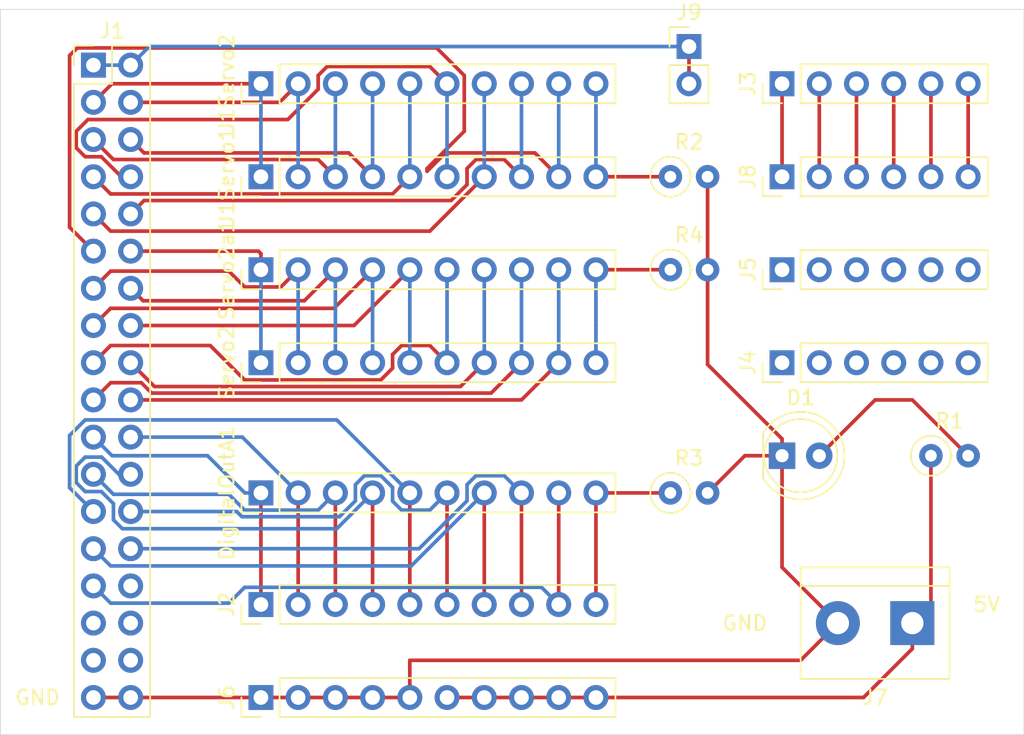
<source format=kicad_pcb>
(kicad_pcb (version 20171130) (host pcbnew "(5.1.2-1)-1")

  (general
    (thickness 1.6)
    (drawings 7)
    (tracks 230)
    (zones 0)
    (modules 19)
    (nets 58)
  )

  (page A4)
  (layers
    (0 F.Cu signal)
    (31 B.Cu signal)
    (32 B.Adhes user)
    (33 F.Adhes user)
    (34 B.Paste user)
    (35 F.Paste user)
    (36 B.SilkS user)
    (37 F.SilkS user)
    (38 B.Mask user)
    (39 F.Mask user)
    (40 Dwgs.User user)
    (41 Cmts.User user)
    (42 Eco1.User user)
    (43 Eco2.User user)
    (44 Edge.Cuts user)
    (45 Margin user)
    (46 B.CrtYd user)
    (47 F.CrtYd user)
    (48 B.Fab user)
    (49 F.Fab user)
  )

  (setup
    (last_trace_width 0.25)
    (trace_clearance 0.2)
    (zone_clearance 0.508)
    (zone_45_only no)
    (trace_min 0.2)
    (via_size 0.8)
    (via_drill 0.4)
    (via_min_size 0.4)
    (via_min_drill 0.3)
    (uvia_size 0.3)
    (uvia_drill 0.1)
    (uvias_allowed no)
    (uvia_min_size 0.2)
    (uvia_min_drill 0.1)
    (edge_width 0.05)
    (segment_width 0.2)
    (pcb_text_width 0.3)
    (pcb_text_size 1.5 1.5)
    (mod_edge_width 0.12)
    (mod_text_size 1 1)
    (mod_text_width 0.15)
    (pad_size 1.6 1.6)
    (pad_drill 0.8)
    (pad_to_mask_clearance 0.051)
    (solder_mask_min_width 0.25)
    (aux_axis_origin 0 0)
    (visible_elements FFFFFF7F)
    (pcbplotparams
      (layerselection 0x010fc_ffffffff)
      (usegerberextensions false)
      (usegerberattributes false)
      (usegerberadvancedattributes false)
      (creategerberjobfile false)
      (excludeedgelayer true)
      (linewidth 0.100000)
      (plotframeref false)
      (viasonmask false)
      (mode 1)
      (useauxorigin false)
      (hpglpennumber 1)
      (hpglpenspeed 20)
      (hpglpendiameter 15.000000)
      (psnegative false)
      (psa4output false)
      (plotreference true)
      (plotvalue true)
      (plotinvisibletext false)
      (padsonsilk false)
      (subtractmaskfromsilk false)
      (outputformat 1)
      (mirror false)
      (drillshape 1)
      (scaleselection 1)
      (outputdirectory ""))
  )

  (net 0 "")
  (net 1 "Net-(D1-Pad2)")
  (net 2 GND)
  (net 3 "Net-(J1-Pad10)")
  (net 4 "Net-(J1-Pad9)")
  (net 5 "Net-(J1-Pad8)")
  (net 6 "Net-(J1-Pad7)")
  (net 7 "Net-(J1-Pad6)")
  (net 8 "Net-(J1-Pad5)")
  (net 9 "Net-(J1-Pad4)")
  (net 10 "Net-(J1-Pad3)")
  (net 11 "Net-(J1-Pad1)")
  (net 12 "Net-(J3-Pad6)")
  (net 13 "Net-(J3-Pad5)")
  (net 14 "Net-(J3-Pad4)")
  (net 15 "Net-(J3-Pad3)")
  (net 16 "Net-(J3-Pad2)")
  (net 17 "Net-(J3-Pad1)")
  (net 18 "Net-(J4-Pad6)")
  (net 19 "Net-(J4-Pad5)")
  (net 20 "Net-(J4-Pad4)")
  (net 21 "Net-(J4-Pad3)")
  (net 22 "Net-(J4-Pad2)")
  (net 23 "Net-(J4-Pad1)")
  (net 24 +5V)
  (net 25 "Net-(J1-Pad34)")
  (net 26 "Net-(J1-Pad33)")
  (net 27 "Net-(J1-Pad32)")
  (net 28 "Net-(J1-Pad31)")
  (net 29 "Net-(J1-Pad30)")
  (net 30 "Net-(J1-Pad20)")
  (net 31 "Net-(J1-Pad19)")
  (net 32 "Net-(J1-Pad18)")
  (net 33 "Net-(J1-Pad17)")
  (net 34 "Net-(J1-Pad16)")
  (net 35 "Net-(J1-Pad15)")
  (net 36 "Net-(J1-Pad14)")
  (net 37 "Net-(J1-Pad13)")
  (net 38 "Net-(J1-Pad12)")
  (net 39 "Net-(J1-Pad11)")
  (net 40 "Net-(J1Servo1-Pad10)")
  (net 41 "Net-(J5-Pad6)")
  (net 42 "Net-(J5-Pad5)")
  (net 43 "Net-(J5-Pad4)")
  (net 44 "Net-(J5-Pad3)")
  (net 45 "Net-(J5-Pad2)")
  (net 46 "Net-(J5-Pad1)")
  (net 47 "Net-(R4-Pad1)")
  (net 48 "Net-(DigitalOutA1-Pad10)")
  (net 49 "Net-(DigitalOutA1-Pad9)")
  (net 50 "Net-(DigitalOutA1-Pad8)")
  (net 51 "Net-(DigitalOutA1-Pad7)")
  (net 52 "Net-(DigitalOutA1-Pad6)")
  (net 53 "Net-(DigitalOutA1-Pad5)")
  (net 54 "Net-(DigitalOutA1-Pad4)")
  (net 55 "Net-(DigitalOutA1-Pad3)")
  (net 56 "Net-(DigitalOutA1-Pad2)")
  (net 57 "Net-(DigitalOutA1-Pad1)")

  (net_class Default "This is the default net class."
    (clearance 0.2)
    (trace_width 0.25)
    (via_dia 0.8)
    (via_drill 0.4)
    (uvia_dia 0.3)
    (uvia_drill 0.1)
    (add_net +5V)
    (add_net GND)
    (add_net "Net-(D1-Pad2)")
    (add_net "Net-(DigitalOutA1-Pad1)")
    (add_net "Net-(DigitalOutA1-Pad10)")
    (add_net "Net-(DigitalOutA1-Pad2)")
    (add_net "Net-(DigitalOutA1-Pad3)")
    (add_net "Net-(DigitalOutA1-Pad4)")
    (add_net "Net-(DigitalOutA1-Pad5)")
    (add_net "Net-(DigitalOutA1-Pad6)")
    (add_net "Net-(DigitalOutA1-Pad7)")
    (add_net "Net-(DigitalOutA1-Pad8)")
    (add_net "Net-(DigitalOutA1-Pad9)")
    (add_net "Net-(J1-Pad1)")
    (add_net "Net-(J1-Pad10)")
    (add_net "Net-(J1-Pad11)")
    (add_net "Net-(J1-Pad12)")
    (add_net "Net-(J1-Pad13)")
    (add_net "Net-(J1-Pad14)")
    (add_net "Net-(J1-Pad15)")
    (add_net "Net-(J1-Pad16)")
    (add_net "Net-(J1-Pad17)")
    (add_net "Net-(J1-Pad18)")
    (add_net "Net-(J1-Pad19)")
    (add_net "Net-(J1-Pad20)")
    (add_net "Net-(J1-Pad3)")
    (add_net "Net-(J1-Pad30)")
    (add_net "Net-(J1-Pad31)")
    (add_net "Net-(J1-Pad32)")
    (add_net "Net-(J1-Pad33)")
    (add_net "Net-(J1-Pad34)")
    (add_net "Net-(J1-Pad4)")
    (add_net "Net-(J1-Pad5)")
    (add_net "Net-(J1-Pad6)")
    (add_net "Net-(J1-Pad7)")
    (add_net "Net-(J1-Pad8)")
    (add_net "Net-(J1-Pad9)")
    (add_net "Net-(J1Servo1-Pad10)")
    (add_net "Net-(J3-Pad1)")
    (add_net "Net-(J3-Pad2)")
    (add_net "Net-(J3-Pad3)")
    (add_net "Net-(J3-Pad4)")
    (add_net "Net-(J3-Pad5)")
    (add_net "Net-(J3-Pad6)")
    (add_net "Net-(J4-Pad1)")
    (add_net "Net-(J4-Pad2)")
    (add_net "Net-(J4-Pad3)")
    (add_net "Net-(J4-Pad4)")
    (add_net "Net-(J4-Pad5)")
    (add_net "Net-(J4-Pad6)")
    (add_net "Net-(J5-Pad1)")
    (add_net "Net-(J5-Pad2)")
    (add_net "Net-(J5-Pad3)")
    (add_net "Net-(J5-Pad4)")
    (add_net "Net-(J5-Pad5)")
    (add_net "Net-(J5-Pad6)")
    (add_net "Net-(R4-Pad1)")
  )

  (module Connector_PinHeader_2.54mm:PinHeader_1x02_P2.54mm_Vertical (layer F.Cu) (tedit 59FED5CC) (tstamp 5D1BAA64)
    (at 85.09 31.75)
    (descr "Through hole straight pin header, 1x02, 2.54mm pitch, single row")
    (tags "Through hole pin header THT 1x02 2.54mm single row")
    (path /5D93AA80)
    (fp_text reference J9 (at 0 -2.33) (layer F.SilkS)
      (effects (font (size 1 1) (thickness 0.15)))
    )
    (fp_text value "Mega 5V" (at 0 4.87) (layer F.Fab)
      (effects (font (size 1 1) (thickness 0.15)))
    )
    (fp_text user %R (at 0 1.27 90) (layer F.Fab)
      (effects (font (size 1 1) (thickness 0.15)))
    )
    (fp_line (start 1.8 -1.8) (end -1.8 -1.8) (layer F.CrtYd) (width 0.05))
    (fp_line (start 1.8 4.35) (end 1.8 -1.8) (layer F.CrtYd) (width 0.05))
    (fp_line (start -1.8 4.35) (end 1.8 4.35) (layer F.CrtYd) (width 0.05))
    (fp_line (start -1.8 -1.8) (end -1.8 4.35) (layer F.CrtYd) (width 0.05))
    (fp_line (start -1.33 -1.33) (end 0 -1.33) (layer F.SilkS) (width 0.12))
    (fp_line (start -1.33 0) (end -1.33 -1.33) (layer F.SilkS) (width 0.12))
    (fp_line (start -1.33 1.27) (end 1.33 1.27) (layer F.SilkS) (width 0.12))
    (fp_line (start 1.33 1.27) (end 1.33 3.87) (layer F.SilkS) (width 0.12))
    (fp_line (start -1.33 1.27) (end -1.33 3.87) (layer F.SilkS) (width 0.12))
    (fp_line (start -1.33 3.87) (end 1.33 3.87) (layer F.SilkS) (width 0.12))
    (fp_line (start -1.27 -0.635) (end -0.635 -1.27) (layer F.Fab) (width 0.1))
    (fp_line (start -1.27 3.81) (end -1.27 -0.635) (layer F.Fab) (width 0.1))
    (fp_line (start 1.27 3.81) (end -1.27 3.81) (layer F.Fab) (width 0.1))
    (fp_line (start 1.27 -1.27) (end 1.27 3.81) (layer F.Fab) (width 0.1))
    (fp_line (start -0.635 -1.27) (end 1.27 -1.27) (layer F.Fab) (width 0.1))
    (pad 2 thru_hole oval (at 0 2.54) (size 1.7 1.7) (drill 1) (layers *.Cu *.Mask)
      (net 11 "Net-(J1-Pad1)"))
    (pad 1 thru_hole rect (at 0 0) (size 1.7 1.7) (drill 1) (layers *.Cu *.Mask)
      (net 11 "Net-(J1-Pad1)"))
    (model ${KISYS3DMOD}/Connector_PinHeader_2.54mm.3dshapes/PinHeader_1x02_P2.54mm_Vertical.wrl
      (at (xyz 0 0 0))
      (scale (xyz 1 1 1))
      (rotate (xyz 0 0 0))
    )
  )

  (module Resistor_THT:R_Axial_DIN0207_L6.3mm_D2.5mm_P2.54mm_Vertical (layer F.Cu) (tedit 5AE5139B) (tstamp 5D1B71AB)
    (at 83.82 46.99)
    (descr "Resistor, Axial_DIN0207 series, Axial, Vertical, pin pitch=2.54mm, 0.25W = 1/4W, length*diameter=6.3*2.5mm^2, http://cdn-reichelt.de/documents/datenblatt/B400/1_4W%23YAG.pdf")
    (tags "Resistor Axial_DIN0207 series Axial Vertical pin pitch 2.54mm 0.25W = 1/4W length 6.3mm diameter 2.5mm")
    (path /5D89B953)
    (fp_text reference R4 (at 1.27 -2.37) (layer F.SilkS)
      (effects (font (size 1 1) (thickness 0.15)))
    )
    (fp_text value R_US (at 1.27 2.37) (layer F.Fab)
      (effects (font (size 1 1) (thickness 0.15)))
    )
    (fp_text user %R (at 1.27 -2.37) (layer F.Fab)
      (effects (font (size 1 1) (thickness 0.15)))
    )
    (fp_line (start 3.59 -1.5) (end -1.5 -1.5) (layer F.CrtYd) (width 0.05))
    (fp_line (start 3.59 1.5) (end 3.59 -1.5) (layer F.CrtYd) (width 0.05))
    (fp_line (start -1.5 1.5) (end 3.59 1.5) (layer F.CrtYd) (width 0.05))
    (fp_line (start -1.5 -1.5) (end -1.5 1.5) (layer F.CrtYd) (width 0.05))
    (fp_line (start 1.37 0) (end 1.44 0) (layer F.SilkS) (width 0.12))
    (fp_line (start 0 0) (end 2.54 0) (layer F.Fab) (width 0.1))
    (fp_circle (center 0 0) (end 1.37 0) (layer F.SilkS) (width 0.12))
    (fp_circle (center 0 0) (end 1.25 0) (layer F.Fab) (width 0.1))
    (pad 2 thru_hole oval (at 2.54 0) (size 1.6 1.6) (drill 0.8) (layers *.Cu *.Mask)
      (net 2 GND))
    (pad 1 thru_hole circle (at 0 0) (size 1.6 1.6) (drill 0.8) (layers *.Cu *.Mask)
      (net 47 "Net-(R4-Pad1)"))
    (model ${KISYS3DMOD}/Resistor_THT.3dshapes/R_Axial_DIN0207_L6.3mm_D2.5mm_P2.54mm_Vertical.wrl
      (at (xyz 0 0 0))
      (scale (xyz 1 1 1))
      (rotate (xyz 0 0 0))
    )
  )

  (module Resistor_THT:R_Axial_DIN0207_L6.3mm_D2.5mm_P2.54mm_Vertical (layer F.Cu) (tedit 5AE5139B) (tstamp 5D1B719C)
    (at 83.82 62.23)
    (descr "Resistor, Axial_DIN0207 series, Axial, Vertical, pin pitch=2.54mm, 0.25W = 1/4W, length*diameter=6.3*2.5mm^2, http://cdn-reichelt.de/documents/datenblatt/B400/1_4W%23YAG.pdf")
    (tags "Resistor Axial_DIN0207 series Axial Vertical pin pitch 2.54mm 0.25W = 1/4W length 6.3mm diameter 2.5mm")
    (path /5D87394C)
    (fp_text reference R3 (at 1.27 -2.37) (layer F.SilkS)
      (effects (font (size 1 1) (thickness 0.15)))
    )
    (fp_text value R_US (at 1.27 2.37) (layer F.Fab)
      (effects (font (size 1 1) (thickness 0.15)))
    )
    (fp_text user %R (at 1.27 -2.37) (layer F.Fab)
      (effects (font (size 1 1) (thickness 0.15)))
    )
    (fp_line (start 3.59 -1.5) (end -1.5 -1.5) (layer F.CrtYd) (width 0.05))
    (fp_line (start 3.59 1.5) (end 3.59 -1.5) (layer F.CrtYd) (width 0.05))
    (fp_line (start -1.5 1.5) (end 3.59 1.5) (layer F.CrtYd) (width 0.05))
    (fp_line (start -1.5 -1.5) (end -1.5 1.5) (layer F.CrtYd) (width 0.05))
    (fp_line (start 1.37 0) (end 1.44 0) (layer F.SilkS) (width 0.12))
    (fp_line (start 0 0) (end 2.54 0) (layer F.Fab) (width 0.1))
    (fp_circle (center 0 0) (end 1.37 0) (layer F.SilkS) (width 0.12))
    (fp_circle (center 0 0) (end 1.25 0) (layer F.Fab) (width 0.1))
    (pad 2 thru_hole oval (at 2.54 0) (size 1.6 1.6) (drill 0.8) (layers *.Cu *.Mask)
      (net 2 GND))
    (pad 1 thru_hole circle (at 0 0) (size 1.6 1.6) (drill 0.8) (layers *.Cu *.Mask)
      (net 48 "Net-(DigitalOutA1-Pad10)"))
    (model ${KISYS3DMOD}/Resistor_THT.3dshapes/R_Axial_DIN0207_L6.3mm_D2.5mm_P2.54mm_Vertical.wrl
      (at (xyz 0 0 0))
      (scale (xyz 1 1 1))
      (rotate (xyz 0 0 0))
    )
  )

  (module Resistor_THT:R_Axial_DIN0207_L6.3mm_D2.5mm_P2.54mm_Vertical (layer F.Cu) (tedit 5AE5139B) (tstamp 5D1B718D)
    (at 83.82 40.64)
    (descr "Resistor, Axial_DIN0207 series, Axial, Vertical, pin pitch=2.54mm, 0.25W = 1/4W, length*diameter=6.3*2.5mm^2, http://cdn-reichelt.de/documents/datenblatt/B400/1_4W%23YAG.pdf")
    (tags "Resistor Axial_DIN0207 series Axial Vertical pin pitch 2.54mm 0.25W = 1/4W length 6.3mm diameter 2.5mm")
    (path /5D88E078)
    (fp_text reference R2 (at 1.27 -2.37) (layer F.SilkS)
      (effects (font (size 1 1) (thickness 0.15)))
    )
    (fp_text value R_US (at 1.27 2.37) (layer F.Fab)
      (effects (font (size 1 1) (thickness 0.15)))
    )
    (fp_text user %R (at 1.27 -2.37) (layer F.Fab)
      (effects (font (size 1 1) (thickness 0.15)))
    )
    (fp_line (start 3.59 -1.5) (end -1.5 -1.5) (layer F.CrtYd) (width 0.05))
    (fp_line (start 3.59 1.5) (end 3.59 -1.5) (layer F.CrtYd) (width 0.05))
    (fp_line (start -1.5 1.5) (end 3.59 1.5) (layer F.CrtYd) (width 0.05))
    (fp_line (start -1.5 -1.5) (end -1.5 1.5) (layer F.CrtYd) (width 0.05))
    (fp_line (start 1.37 0) (end 1.44 0) (layer F.SilkS) (width 0.12))
    (fp_line (start 0 0) (end 2.54 0) (layer F.Fab) (width 0.1))
    (fp_circle (center 0 0) (end 1.37 0) (layer F.SilkS) (width 0.12))
    (fp_circle (center 0 0) (end 1.25 0) (layer F.Fab) (width 0.1))
    (pad 2 thru_hole oval (at 2.54 0) (size 1.6 1.6) (drill 0.8) (layers *.Cu *.Mask)
      (net 2 GND))
    (pad 1 thru_hole circle (at 0 0) (size 1.6 1.6) (drill 0.8) (layers *.Cu *.Mask)
      (net 40 "Net-(J1Servo1-Pad10)"))
    (model ${KISYS3DMOD}/Resistor_THT.3dshapes/R_Axial_DIN0207_L6.3mm_D2.5mm_P2.54mm_Vertical.wrl
      (at (xyz 0 0 0))
      (scale (xyz 1 1 1))
      (rotate (xyz 0 0 0))
    )
  )

  (module Connector_PinHeader_2.54mm:PinHeader_1x06_P2.54mm_Vertical (layer F.Cu) (tedit 59FED5CC) (tstamp 5D1B59D3)
    (at 91.44 46.99 90)
    (descr "Through hole straight pin header, 1x06, 2.54mm pitch, single row")
    (tags "Through hole pin header THT 1x06 2.54mm single row")
    (path /5D7BF788)
    (fp_text reference J5 (at 0 -2.33 90) (layer F.SilkS)
      (effects (font (size 1 1) (thickness 0.15)))
    )
    (fp_text value "Spare 2" (at 2.54 6.35 180) (layer F.Fab)
      (effects (font (size 1 1) (thickness 0.15)))
    )
    (fp_text user %R (at 0 6.35) (layer F.Fab)
      (effects (font (size 1 1) (thickness 0.15)))
    )
    (fp_line (start 1.8 -1.8) (end -1.8 -1.8) (layer F.CrtYd) (width 0.05))
    (fp_line (start 1.8 14.5) (end 1.8 -1.8) (layer F.CrtYd) (width 0.05))
    (fp_line (start -1.8 14.5) (end 1.8 14.5) (layer F.CrtYd) (width 0.05))
    (fp_line (start -1.8 -1.8) (end -1.8 14.5) (layer F.CrtYd) (width 0.05))
    (fp_line (start -1.33 -1.33) (end 0 -1.33) (layer F.SilkS) (width 0.12))
    (fp_line (start -1.33 0) (end -1.33 -1.33) (layer F.SilkS) (width 0.12))
    (fp_line (start -1.33 1.27) (end 1.33 1.27) (layer F.SilkS) (width 0.12))
    (fp_line (start 1.33 1.27) (end 1.33 14.03) (layer F.SilkS) (width 0.12))
    (fp_line (start -1.33 1.27) (end -1.33 14.03) (layer F.SilkS) (width 0.12))
    (fp_line (start -1.33 14.03) (end 1.33 14.03) (layer F.SilkS) (width 0.12))
    (fp_line (start -1.27 -0.635) (end -0.635 -1.27) (layer F.Fab) (width 0.1))
    (fp_line (start -1.27 13.97) (end -1.27 -0.635) (layer F.Fab) (width 0.1))
    (fp_line (start 1.27 13.97) (end -1.27 13.97) (layer F.Fab) (width 0.1))
    (fp_line (start 1.27 -1.27) (end 1.27 13.97) (layer F.Fab) (width 0.1))
    (fp_line (start -0.635 -1.27) (end 1.27 -1.27) (layer F.Fab) (width 0.1))
    (pad 6 thru_hole oval (at 0 12.7 90) (size 1.7 1.7) (drill 1) (layers *.Cu *.Mask)
      (net 41 "Net-(J5-Pad6)"))
    (pad 5 thru_hole oval (at 0 10.16 90) (size 1.7 1.7) (drill 1) (layers *.Cu *.Mask)
      (net 42 "Net-(J5-Pad5)"))
    (pad 4 thru_hole oval (at 0 7.62 90) (size 1.7 1.7) (drill 1) (layers *.Cu *.Mask)
      (net 43 "Net-(J5-Pad4)"))
    (pad 3 thru_hole oval (at 0 5.08 90) (size 1.7 1.7) (drill 1) (layers *.Cu *.Mask)
      (net 44 "Net-(J5-Pad3)"))
    (pad 2 thru_hole oval (at 0 2.54 90) (size 1.7 1.7) (drill 1) (layers *.Cu *.Mask)
      (net 45 "Net-(J5-Pad2)"))
    (pad 1 thru_hole rect (at 0 0 90) (size 1.7 1.7) (drill 1) (layers *.Cu *.Mask)
      (net 46 "Net-(J5-Pad1)"))
    (model ${KISYS3DMOD}/Connector_PinHeader_2.54mm.3dshapes/PinHeader_1x06_P2.54mm_Vertical.wrl
      (at (xyz 0 0 0))
      (scale (xyz 1 1 1))
      (rotate (xyz 0 0 0))
    )
  )

  (module Connector_PinHeader_2.54mm:PinHeader_1x06_P2.54mm_Vertical (layer F.Cu) (tedit 59FED5CC) (tstamp 5D1B59B9)
    (at 91.44 53.34 90)
    (descr "Through hole straight pin header, 1x06, 2.54mm pitch, single row")
    (tags "Through hole pin header THT 1x06 2.54mm single row")
    (path /5D7BE54C)
    (fp_text reference J4 (at 0 -2.33 90) (layer F.SilkS)
      (effects (font (size 1 1) (thickness 0.15)))
    )
    (fp_text value "Spare 1" (at 2.54 6.35 180) (layer F.Fab)
      (effects (font (size 1 1) (thickness 0.15)))
    )
    (fp_text user %R (at 0 6.35) (layer F.Fab)
      (effects (font (size 1 1) (thickness 0.15)))
    )
    (fp_line (start 1.8 -1.8) (end -1.8 -1.8) (layer F.CrtYd) (width 0.05))
    (fp_line (start 1.8 14.5) (end 1.8 -1.8) (layer F.CrtYd) (width 0.05))
    (fp_line (start -1.8 14.5) (end 1.8 14.5) (layer F.CrtYd) (width 0.05))
    (fp_line (start -1.8 -1.8) (end -1.8 14.5) (layer F.CrtYd) (width 0.05))
    (fp_line (start -1.33 -1.33) (end 0 -1.33) (layer F.SilkS) (width 0.12))
    (fp_line (start -1.33 0) (end -1.33 -1.33) (layer F.SilkS) (width 0.12))
    (fp_line (start -1.33 1.27) (end 1.33 1.27) (layer F.SilkS) (width 0.12))
    (fp_line (start 1.33 1.27) (end 1.33 14.03) (layer F.SilkS) (width 0.12))
    (fp_line (start -1.33 1.27) (end -1.33 14.03) (layer F.SilkS) (width 0.12))
    (fp_line (start -1.33 14.03) (end 1.33 14.03) (layer F.SilkS) (width 0.12))
    (fp_line (start -1.27 -0.635) (end -0.635 -1.27) (layer F.Fab) (width 0.1))
    (fp_line (start -1.27 13.97) (end -1.27 -0.635) (layer F.Fab) (width 0.1))
    (fp_line (start 1.27 13.97) (end -1.27 13.97) (layer F.Fab) (width 0.1))
    (fp_line (start 1.27 -1.27) (end 1.27 13.97) (layer F.Fab) (width 0.1))
    (fp_line (start -0.635 -1.27) (end 1.27 -1.27) (layer F.Fab) (width 0.1))
    (pad 6 thru_hole oval (at 0 12.7 90) (size 1.7 1.7) (drill 1) (layers *.Cu *.Mask)
      (net 18 "Net-(J4-Pad6)"))
    (pad 5 thru_hole oval (at 0 10.16 90) (size 1.7 1.7) (drill 1) (layers *.Cu *.Mask)
      (net 19 "Net-(J4-Pad5)"))
    (pad 4 thru_hole oval (at 0 7.62 90) (size 1.7 1.7) (drill 1) (layers *.Cu *.Mask)
      (net 20 "Net-(J4-Pad4)"))
    (pad 3 thru_hole oval (at 0 5.08 90) (size 1.7 1.7) (drill 1) (layers *.Cu *.Mask)
      (net 21 "Net-(J4-Pad3)"))
    (pad 2 thru_hole oval (at 0 2.54 90) (size 1.7 1.7) (drill 1) (layers *.Cu *.Mask)
      (net 22 "Net-(J4-Pad2)"))
    (pad 1 thru_hole rect (at 0 0 90) (size 1.7 1.7) (drill 1) (layers *.Cu *.Mask)
      (net 23 "Net-(J4-Pad1)"))
    (model ${KISYS3DMOD}/Connector_PinHeader_2.54mm.3dshapes/PinHeader_1x06_P2.54mm_Vertical.wrl
      (at (xyz 0 0 0))
      (scale (xyz 1 1 1))
      (rotate (xyz 0 0 0))
    )
  )

  (module Connector_PinHeader_2.54mm:PinHeader_1x10_P2.54mm_Vertical (layer F.Cu) (tedit 59FED5CC) (tstamp 5D1B4D0B)
    (at 55.88 76.2 90)
    (descr "Through hole straight pin header, 1x10, 2.54mm pitch, single row")
    (tags "Through hole pin header THT 1x10 2.54mm single row")
    (path /5D2447FC)
    (fp_text reference J6 (at 0 -2.33 90) (layer F.SilkS)
      (effects (font (size 1 1) (thickness 0.15)))
    )
    (fp_text value "Gnd Pwr" (at 3.81 11.43 180) (layer F.Fab)
      (effects (font (size 1 1) (thickness 0.15)))
    )
    (fp_text user %R (at 0 11.43) (layer F.Fab)
      (effects (font (size 1 1) (thickness 0.15)))
    )
    (fp_line (start 1.8 -1.8) (end -1.8 -1.8) (layer F.CrtYd) (width 0.05))
    (fp_line (start 1.8 24.65) (end 1.8 -1.8) (layer F.CrtYd) (width 0.05))
    (fp_line (start -1.8 24.65) (end 1.8 24.65) (layer F.CrtYd) (width 0.05))
    (fp_line (start -1.8 -1.8) (end -1.8 24.65) (layer F.CrtYd) (width 0.05))
    (fp_line (start -1.33 -1.33) (end 0 -1.33) (layer F.SilkS) (width 0.12))
    (fp_line (start -1.33 0) (end -1.33 -1.33) (layer F.SilkS) (width 0.12))
    (fp_line (start -1.33 1.27) (end 1.33 1.27) (layer F.SilkS) (width 0.12))
    (fp_line (start 1.33 1.27) (end 1.33 24.19) (layer F.SilkS) (width 0.12))
    (fp_line (start -1.33 1.27) (end -1.33 24.19) (layer F.SilkS) (width 0.12))
    (fp_line (start -1.33 24.19) (end 1.33 24.19) (layer F.SilkS) (width 0.12))
    (fp_line (start -1.27 -0.635) (end -0.635 -1.27) (layer F.Fab) (width 0.1))
    (fp_line (start -1.27 24.13) (end -1.27 -0.635) (layer F.Fab) (width 0.1))
    (fp_line (start 1.27 24.13) (end -1.27 24.13) (layer F.Fab) (width 0.1))
    (fp_line (start 1.27 -1.27) (end 1.27 24.13) (layer F.Fab) (width 0.1))
    (fp_line (start -0.635 -1.27) (end 1.27 -1.27) (layer F.Fab) (width 0.1))
    (pad 10 thru_hole oval (at 0 22.86 90) (size 1.7 1.7) (drill 1) (layers *.Cu *.Mask)
      (net 24 +5V))
    (pad 9 thru_hole oval (at 0 20.32 90) (size 1.7 1.7) (drill 1) (layers *.Cu *.Mask)
      (net 24 +5V))
    (pad 8 thru_hole oval (at 0 17.78 90) (size 1.7 1.7) (drill 1) (layers *.Cu *.Mask)
      (net 24 +5V))
    (pad 7 thru_hole oval (at 0 15.24 90) (size 1.7 1.7) (drill 1) (layers *.Cu *.Mask)
      (net 24 +5V))
    (pad 6 thru_hole oval (at 0 12.7 90) (size 1.7 1.7) (drill 1) (layers *.Cu *.Mask)
      (net 24 +5V))
    (pad 5 thru_hole oval (at 0 10.16 90) (size 1.7 1.7) (drill 1) (layers *.Cu *.Mask)
      (net 2 GND))
    (pad 4 thru_hole oval (at 0 7.62 90) (size 1.7 1.7) (drill 1) (layers *.Cu *.Mask)
      (net 2 GND))
    (pad 3 thru_hole oval (at 0 5.08 90) (size 1.7 1.7) (drill 1) (layers *.Cu *.Mask)
      (net 2 GND))
    (pad 2 thru_hole oval (at 0 2.54 90) (size 1.7 1.7) (drill 1) (layers *.Cu *.Mask)
      (net 2 GND))
    (pad 1 thru_hole rect (at 0 0 90) (size 1.7 1.7) (drill 1) (layers *.Cu *.Mask)
      (net 2 GND))
    (model ${KISYS3DMOD}/Connector_PinHeader_2.54mm.3dshapes/PinHeader_1x10_P2.54mm_Vertical.wrl
      (at (xyz 0 0 0))
      (scale (xyz 1 1 1))
      (rotate (xyz 0 0 0))
    )
  )

  (module Connector_PinHeader_2.54mm:PinHeader_1x10_P2.54mm_Vertical (layer F.Cu) (tedit 59FED5CC) (tstamp 5D1B3714)
    (at 55.88 69.85 90)
    (descr "Through hole straight pin header, 1x10, 2.54mm pitch, single row")
    (tags "Through hole pin header THT 1x10 2.54mm single row")
    (path /5D4EA037)
    (fp_text reference J2 (at 0 -2.33 90) (layer F.SilkS)
      (effects (font (size 1 1) (thickness 0.15)))
    )
    (fp_text value "Digital Out" (at 3.81 26.67 180) (layer F.Fab)
      (effects (font (size 1 1) (thickness 0.15)))
    )
    (fp_text user %R (at 0 11.43) (layer F.Fab)
      (effects (font (size 1 1) (thickness 0.15)))
    )
    (fp_line (start 1.8 -1.8) (end -1.8 -1.8) (layer F.CrtYd) (width 0.05))
    (fp_line (start 1.8 24.65) (end 1.8 -1.8) (layer F.CrtYd) (width 0.05))
    (fp_line (start -1.8 24.65) (end 1.8 24.65) (layer F.CrtYd) (width 0.05))
    (fp_line (start -1.8 -1.8) (end -1.8 24.65) (layer F.CrtYd) (width 0.05))
    (fp_line (start -1.33 -1.33) (end 0 -1.33) (layer F.SilkS) (width 0.12))
    (fp_line (start -1.33 0) (end -1.33 -1.33) (layer F.SilkS) (width 0.12))
    (fp_line (start -1.33 1.27) (end 1.33 1.27) (layer F.SilkS) (width 0.12))
    (fp_line (start 1.33 1.27) (end 1.33 24.19) (layer F.SilkS) (width 0.12))
    (fp_line (start -1.33 1.27) (end -1.33 24.19) (layer F.SilkS) (width 0.12))
    (fp_line (start -1.33 24.19) (end 1.33 24.19) (layer F.SilkS) (width 0.12))
    (fp_line (start -1.27 -0.635) (end -0.635 -1.27) (layer F.Fab) (width 0.1))
    (fp_line (start -1.27 24.13) (end -1.27 -0.635) (layer F.Fab) (width 0.1))
    (fp_line (start 1.27 24.13) (end -1.27 24.13) (layer F.Fab) (width 0.1))
    (fp_line (start 1.27 -1.27) (end 1.27 24.13) (layer F.Fab) (width 0.1))
    (fp_line (start -0.635 -1.27) (end 1.27 -1.27) (layer F.Fab) (width 0.1))
    (pad 10 thru_hole oval (at 0 22.86 90) (size 1.7 1.7) (drill 1) (layers *.Cu *.Mask)
      (net 48 "Net-(DigitalOutA1-Pad10)"))
    (pad 9 thru_hole oval (at 0 20.32 90) (size 1.7 1.7) (drill 1) (layers *.Cu *.Mask)
      (net 49 "Net-(DigitalOutA1-Pad9)"))
    (pad 8 thru_hole oval (at 0 17.78 90) (size 1.7 1.7) (drill 1) (layers *.Cu *.Mask)
      (net 50 "Net-(DigitalOutA1-Pad8)"))
    (pad 7 thru_hole oval (at 0 15.24 90) (size 1.7 1.7) (drill 1) (layers *.Cu *.Mask)
      (net 51 "Net-(DigitalOutA1-Pad7)"))
    (pad 6 thru_hole oval (at 0 12.7 90) (size 1.7 1.7) (drill 1) (layers *.Cu *.Mask)
      (net 52 "Net-(DigitalOutA1-Pad6)"))
    (pad 5 thru_hole oval (at 0 10.16 90) (size 1.7 1.7) (drill 1) (layers *.Cu *.Mask)
      (net 53 "Net-(DigitalOutA1-Pad5)"))
    (pad 4 thru_hole oval (at 0 7.62 90) (size 1.7 1.7) (drill 1) (layers *.Cu *.Mask)
      (net 54 "Net-(DigitalOutA1-Pad4)"))
    (pad 3 thru_hole oval (at 0 5.08 90) (size 1.7 1.7) (drill 1) (layers *.Cu *.Mask)
      (net 55 "Net-(DigitalOutA1-Pad3)"))
    (pad 2 thru_hole oval (at 0 2.54 90) (size 1.7 1.7) (drill 1) (layers *.Cu *.Mask)
      (net 56 "Net-(DigitalOutA1-Pad2)"))
    (pad 1 thru_hole rect (at 0 0 90) (size 1.7 1.7) (drill 1) (layers *.Cu *.Mask)
      (net 57 "Net-(DigitalOutA1-Pad1)"))
    (model ${KISYS3DMOD}/Connector_PinHeader_2.54mm.3dshapes/PinHeader_1x10_P2.54mm_Vertical.wrl
      (at (xyz 0 0 0))
      (scale (xyz 1 1 1))
      (rotate (xyz 0 0 0))
    )
  )

  (module Connector_PinHeader_2.54mm:PinHeader_1x10_P2.54mm_Vertical (layer F.Cu) (tedit 59FED5CC) (tstamp 5D1B31CF)
    (at 55.88 53.34 90)
    (descr "Through hole straight pin header, 1x10, 2.54mm pitch, single row")
    (tags "Through hole pin header THT 1x10 2.54mm single row")
    (path /5D5420E4)
    (fp_text reference Servo2 (at 0 -2.33 90) (layer F.SilkS)
      (effects (font (size 1 1) (thickness 0.15)))
    )
    (fp_text value "Servo 2" (at 2.54 27.94 180) (layer F.Fab)
      (effects (font (size 1 1) (thickness 0.15)))
    )
    (fp_text user %R (at 0 11.43) (layer F.Fab)
      (effects (font (size 1 1) (thickness 0.15)))
    )
    (fp_line (start 1.8 -1.8) (end -1.8 -1.8) (layer F.CrtYd) (width 0.05))
    (fp_line (start 1.8 24.65) (end 1.8 -1.8) (layer F.CrtYd) (width 0.05))
    (fp_line (start -1.8 24.65) (end 1.8 24.65) (layer F.CrtYd) (width 0.05))
    (fp_line (start -1.8 -1.8) (end -1.8 24.65) (layer F.CrtYd) (width 0.05))
    (fp_line (start -1.33 -1.33) (end 0 -1.33) (layer F.SilkS) (width 0.12))
    (fp_line (start -1.33 0) (end -1.33 -1.33) (layer F.SilkS) (width 0.12))
    (fp_line (start -1.33 1.27) (end 1.33 1.27) (layer F.SilkS) (width 0.12))
    (fp_line (start 1.33 1.27) (end 1.33 24.19) (layer F.SilkS) (width 0.12))
    (fp_line (start -1.33 1.27) (end -1.33 24.19) (layer F.SilkS) (width 0.12))
    (fp_line (start -1.33 24.19) (end 1.33 24.19) (layer F.SilkS) (width 0.12))
    (fp_line (start -1.27 -0.635) (end -0.635 -1.27) (layer F.Fab) (width 0.1))
    (fp_line (start -1.27 24.13) (end -1.27 -0.635) (layer F.Fab) (width 0.1))
    (fp_line (start 1.27 24.13) (end -1.27 24.13) (layer F.Fab) (width 0.1))
    (fp_line (start 1.27 -1.27) (end 1.27 24.13) (layer F.Fab) (width 0.1))
    (fp_line (start -0.635 -1.27) (end 1.27 -1.27) (layer F.Fab) (width 0.1))
    (pad 10 thru_hole oval (at 0 22.86 90) (size 1.7 1.7) (drill 1) (layers *.Cu *.Mask)
      (net 47 "Net-(R4-Pad1)"))
    (pad 9 thru_hole oval (at 0 20.32 90) (size 1.7 1.7) (drill 1) (layers *.Cu *.Mask)
      (net 30 "Net-(J1-Pad20)"))
    (pad 8 thru_hole oval (at 0 17.78 90) (size 1.7 1.7) (drill 1) (layers *.Cu *.Mask)
      (net 31 "Net-(J1-Pad19)"))
    (pad 7 thru_hole oval (at 0 15.24 90) (size 1.7 1.7) (drill 1) (layers *.Cu *.Mask)
      (net 32 "Net-(J1-Pad18)"))
    (pad 6 thru_hole oval (at 0 12.7 90) (size 1.7 1.7) (drill 1) (layers *.Cu *.Mask)
      (net 33 "Net-(J1-Pad17)"))
    (pad 5 thru_hole oval (at 0 10.16 90) (size 1.7 1.7) (drill 1) (layers *.Cu *.Mask)
      (net 34 "Net-(J1-Pad16)"))
    (pad 4 thru_hole oval (at 0 7.62 90) (size 1.7 1.7) (drill 1) (layers *.Cu *.Mask)
      (net 35 "Net-(J1-Pad15)"))
    (pad 3 thru_hole oval (at 0 5.08 90) (size 1.7 1.7) (drill 1) (layers *.Cu *.Mask)
      (net 36 "Net-(J1-Pad14)"))
    (pad 2 thru_hole oval (at 0 2.54 90) (size 1.7 1.7) (drill 1) (layers *.Cu *.Mask)
      (net 37 "Net-(J1-Pad13)"))
    (pad 1 thru_hole rect (at 0 0 90) (size 1.7 1.7) (drill 1) (layers *.Cu *.Mask)
      (net 38 "Net-(J1-Pad12)"))
    (model ${KISYS3DMOD}/Connector_PinHeader_2.54mm.3dshapes/PinHeader_1x10_P2.54mm_Vertical.wrl
      (at (xyz 0 0 0))
      (scale (xyz 1 1 1))
      (rotate (xyz 0 0 0))
    )
  )

  (module Connector_PinHeader_2.54mm:PinHeader_1x10_P2.54mm_Vertical (layer F.Cu) (tedit 59FED5CC) (tstamp 5D1B313D)
    (at 55.88 40.64 90)
    (descr "Through hole straight pin header, 1x10, 2.54mm pitch, single row")
    (tags "Through hole pin header THT 1x10 2.54mm single row")
    (path /5D4F7269)
    (fp_text reference J1Servo1 (at 0 -2.33 90) (layer F.SilkS)
      (effects (font (size 1 1) (thickness 0.15)))
    )
    (fp_text value "Servo 1a" (at 2.54 27.94 180) (layer F.Fab)
      (effects (font (size 1 1) (thickness 0.15)))
    )
    (fp_text user %R (at 0 11.43) (layer F.Fab)
      (effects (font (size 1 1) (thickness 0.15)))
    )
    (fp_line (start 1.8 -1.8) (end -1.8 -1.8) (layer F.CrtYd) (width 0.05))
    (fp_line (start 1.8 24.65) (end 1.8 -1.8) (layer F.CrtYd) (width 0.05))
    (fp_line (start -1.8 24.65) (end 1.8 24.65) (layer F.CrtYd) (width 0.05))
    (fp_line (start -1.8 -1.8) (end -1.8 24.65) (layer F.CrtYd) (width 0.05))
    (fp_line (start -1.33 -1.33) (end 0 -1.33) (layer F.SilkS) (width 0.12))
    (fp_line (start -1.33 0) (end -1.33 -1.33) (layer F.SilkS) (width 0.12))
    (fp_line (start -1.33 1.27) (end 1.33 1.27) (layer F.SilkS) (width 0.12))
    (fp_line (start 1.33 1.27) (end 1.33 24.19) (layer F.SilkS) (width 0.12))
    (fp_line (start -1.33 1.27) (end -1.33 24.19) (layer F.SilkS) (width 0.12))
    (fp_line (start -1.33 24.19) (end 1.33 24.19) (layer F.SilkS) (width 0.12))
    (fp_line (start -1.27 -0.635) (end -0.635 -1.27) (layer F.Fab) (width 0.1))
    (fp_line (start -1.27 24.13) (end -1.27 -0.635) (layer F.Fab) (width 0.1))
    (fp_line (start 1.27 24.13) (end -1.27 24.13) (layer F.Fab) (width 0.1))
    (fp_line (start 1.27 -1.27) (end 1.27 24.13) (layer F.Fab) (width 0.1))
    (fp_line (start -0.635 -1.27) (end 1.27 -1.27) (layer F.Fab) (width 0.1))
    (pad 10 thru_hole oval (at 0 22.86 90) (size 1.7 1.7) (drill 1) (layers *.Cu *.Mask)
      (net 40 "Net-(J1Servo1-Pad10)"))
    (pad 9 thru_hole oval (at 0 20.32 90) (size 1.7 1.7) (drill 1) (layers *.Cu *.Mask)
      (net 39 "Net-(J1-Pad11)"))
    (pad 8 thru_hole oval (at 0 17.78 90) (size 1.7 1.7) (drill 1) (layers *.Cu *.Mask)
      (net 3 "Net-(J1-Pad10)"))
    (pad 7 thru_hole oval (at 0 15.24 90) (size 1.7 1.7) (drill 1) (layers *.Cu *.Mask)
      (net 4 "Net-(J1-Pad9)"))
    (pad 6 thru_hole oval (at 0 12.7 90) (size 1.7 1.7) (drill 1) (layers *.Cu *.Mask)
      (net 5 "Net-(J1-Pad8)"))
    (pad 5 thru_hole oval (at 0 10.16 90) (size 1.7 1.7) (drill 1) (layers *.Cu *.Mask)
      (net 6 "Net-(J1-Pad7)"))
    (pad 4 thru_hole oval (at 0 7.62 90) (size 1.7 1.7) (drill 1) (layers *.Cu *.Mask)
      (net 7 "Net-(J1-Pad6)"))
    (pad 3 thru_hole oval (at 0 5.08 90) (size 1.7 1.7) (drill 1) (layers *.Cu *.Mask)
      (net 8 "Net-(J1-Pad5)"))
    (pad 2 thru_hole oval (at 0 2.54 90) (size 1.7 1.7) (drill 1) (layers *.Cu *.Mask)
      (net 9 "Net-(J1-Pad4)"))
    (pad 1 thru_hole rect (at 0 0 90) (size 1.7 1.7) (drill 1) (layers *.Cu *.Mask)
      (net 10 "Net-(J1-Pad3)"))
    (model ${KISYS3DMOD}/Connector_PinHeader_2.54mm.3dshapes/PinHeader_1x10_P2.54mm_Vertical.wrl
      (at (xyz 0 0 0))
      (scale (xyz 1 1 1))
      (rotate (xyz 0 0 0))
    )
  )

  (module TerminalBlock:TerminalBlock_bornier-2_P5.08mm (layer F.Cu) (tedit 59FF03AB) (tstamp 5D1B1D2A)
    (at 100.33 71.12 180)
    (descr "simple 2-pin terminal block, pitch 5.08mm, revamped version of bornier2")
    (tags "terminal block bornier2")
    (path /5D33C82E)
    (fp_text reference J7 (at 2.54 -5.08) (layer F.SilkS)
      (effects (font (size 1 1) (thickness 0.15)))
    )
    (fp_text value "Aux Pwr In" (at 2.54 5.08) (layer F.Fab)
      (effects (font (size 1 1) (thickness 0.15)))
    )
    (fp_line (start 7.79 4) (end -2.71 4) (layer F.CrtYd) (width 0.05))
    (fp_line (start 7.79 4) (end 7.79 -4) (layer F.CrtYd) (width 0.05))
    (fp_line (start -2.71 -4) (end -2.71 4) (layer F.CrtYd) (width 0.05))
    (fp_line (start -2.71 -4) (end 7.79 -4) (layer F.CrtYd) (width 0.05))
    (fp_line (start -2.54 3.81) (end 7.62 3.81) (layer F.SilkS) (width 0.12))
    (fp_line (start -2.54 -3.81) (end -2.54 3.81) (layer F.SilkS) (width 0.12))
    (fp_line (start 7.62 -3.81) (end -2.54 -3.81) (layer F.SilkS) (width 0.12))
    (fp_line (start 7.62 3.81) (end 7.62 -3.81) (layer F.SilkS) (width 0.12))
    (fp_line (start 7.62 2.54) (end -2.54 2.54) (layer F.SilkS) (width 0.12))
    (fp_line (start 7.54 -3.75) (end -2.46 -3.75) (layer F.Fab) (width 0.1))
    (fp_line (start 7.54 3.75) (end 7.54 -3.75) (layer F.Fab) (width 0.1))
    (fp_line (start -2.46 3.75) (end 7.54 3.75) (layer F.Fab) (width 0.1))
    (fp_line (start -2.46 -3.75) (end -2.46 3.75) (layer F.Fab) (width 0.1))
    (fp_line (start -2.41 2.55) (end 7.49 2.55) (layer F.Fab) (width 0.1))
    (fp_text user %R (at 2.54 0) (layer F.Fab)
      (effects (font (size 1 1) (thickness 0.15)))
    )
    (pad 2 thru_hole circle (at 5.08 0 180) (size 3 3) (drill 1.52) (layers *.Cu *.Mask)
      (net 2 GND))
    (pad 1 thru_hole rect (at 0 0 180) (size 3 3) (drill 1.52) (layers *.Cu *.Mask)
      (net 24 +5V))
    (model ${KISYS3DMOD}/TerminalBlock.3dshapes/TerminalBlock_bornier-2_P5.08mm.wrl
      (offset (xyz 2.539999961853027 0 0))
      (scale (xyz 1 1 1))
      (rotate (xyz 0 0 0))
    )
  )

  (module Resistor_THT:R_Axial_DIN0207_L6.3mm_D2.5mm_P2.54mm_Vertical (layer F.Cu) (tedit 5AE5139B) (tstamp 5D1B1D71)
    (at 101.6 59.69)
    (descr "Resistor, Axial_DIN0207 series, Axial, Vertical, pin pitch=2.54mm, 0.25W = 1/4W, length*diameter=6.3*2.5mm^2, http://cdn-reichelt.de/documents/datenblatt/B400/1_4W%23YAG.pdf")
    (tags "Resistor Axial_DIN0207 series Axial Vertical pin pitch 2.54mm 0.25W = 1/4W length 6.3mm diameter 2.5mm")
    (path /5D254ADC)
    (fp_text reference R1 (at 1.27 -2.37) (layer F.SilkS)
      (effects (font (size 1 1) (thickness 0.15)))
    )
    (fp_text value R_US (at 1.27 2.37) (layer F.Fab)
      (effects (font (size 1 1) (thickness 0.15)))
    )
    (fp_text user %R (at 1.27 -2.37) (layer F.Fab)
      (effects (font (size 1 1) (thickness 0.15)))
    )
    (fp_line (start 3.59 -1.5) (end -1.5 -1.5) (layer F.CrtYd) (width 0.05))
    (fp_line (start 3.59 1.5) (end 3.59 -1.5) (layer F.CrtYd) (width 0.05))
    (fp_line (start -1.5 1.5) (end 3.59 1.5) (layer F.CrtYd) (width 0.05))
    (fp_line (start -1.5 -1.5) (end -1.5 1.5) (layer F.CrtYd) (width 0.05))
    (fp_line (start 1.37 0) (end 1.44 0) (layer F.SilkS) (width 0.12))
    (fp_line (start 0 0) (end 2.54 0) (layer F.Fab) (width 0.1))
    (fp_circle (center 0 0) (end 1.37 0) (layer F.SilkS) (width 0.12))
    (fp_circle (center 0 0) (end 1.25 0) (layer F.Fab) (width 0.1))
    (pad 2 thru_hole oval (at 2.54 0) (size 1.6 1.6) (drill 0.8) (layers *.Cu *.Mask)
      (net 1 "Net-(D1-Pad2)"))
    (pad 1 thru_hole circle (at 0 0) (size 1.6 1.6) (drill 0.8) (layers *.Cu *.Mask)
      (net 24 +5V))
    (model ${KISYS3DMOD}/Resistor_THT.3dshapes/R_Axial_DIN0207_L6.3mm_D2.5mm_P2.54mm_Vertical.wrl
      (at (xyz 0 0 0))
      (scale (xyz 1 1 1))
      (rotate (xyz 0 0 0))
    )
  )

  (module Connector_PinHeader_2.54mm:PinHeader_1x06_P2.54mm_Vertical (layer F.Cu) (tedit 59FED5CC) (tstamp 5D1B1D44)
    (at 91.44 40.64 90)
    (descr "Through hole straight pin header, 1x06, 2.54mm pitch, single row")
    (tags "Through hole pin header THT 1x06 2.54mm single row")
    (path /5D2472A5)
    (fp_text reference J8 (at 0 -2.33 90) (layer F.SilkS)
      (effects (font (size 1 1) (thickness 0.15)))
    )
    (fp_text value "SPI Out" (at 3.81 6.35 180) (layer F.Fab)
      (effects (font (size 1 1) (thickness 0.15)))
    )
    (fp_text user %R (at 0 6.35) (layer F.Fab)
      (effects (font (size 1 1) (thickness 0.15)))
    )
    (fp_line (start 1.8 -1.8) (end -1.8 -1.8) (layer F.CrtYd) (width 0.05))
    (fp_line (start 1.8 14.5) (end 1.8 -1.8) (layer F.CrtYd) (width 0.05))
    (fp_line (start -1.8 14.5) (end 1.8 14.5) (layer F.CrtYd) (width 0.05))
    (fp_line (start -1.8 -1.8) (end -1.8 14.5) (layer F.CrtYd) (width 0.05))
    (fp_line (start -1.33 -1.33) (end 0 -1.33) (layer F.SilkS) (width 0.12))
    (fp_line (start -1.33 0) (end -1.33 -1.33) (layer F.SilkS) (width 0.12))
    (fp_line (start -1.33 1.27) (end 1.33 1.27) (layer F.SilkS) (width 0.12))
    (fp_line (start 1.33 1.27) (end 1.33 14.03) (layer F.SilkS) (width 0.12))
    (fp_line (start -1.33 1.27) (end -1.33 14.03) (layer F.SilkS) (width 0.12))
    (fp_line (start -1.33 14.03) (end 1.33 14.03) (layer F.SilkS) (width 0.12))
    (fp_line (start -1.27 -0.635) (end -0.635 -1.27) (layer F.Fab) (width 0.1))
    (fp_line (start -1.27 13.97) (end -1.27 -0.635) (layer F.Fab) (width 0.1))
    (fp_line (start 1.27 13.97) (end -1.27 13.97) (layer F.Fab) (width 0.1))
    (fp_line (start 1.27 -1.27) (end 1.27 13.97) (layer F.Fab) (width 0.1))
    (fp_line (start -0.635 -1.27) (end 1.27 -1.27) (layer F.Fab) (width 0.1))
    (pad 6 thru_hole oval (at 0 12.7 90) (size 1.7 1.7) (drill 1) (layers *.Cu *.Mask)
      (net 12 "Net-(J3-Pad6)"))
    (pad 5 thru_hole oval (at 0 10.16 90) (size 1.7 1.7) (drill 1) (layers *.Cu *.Mask)
      (net 13 "Net-(J3-Pad5)"))
    (pad 4 thru_hole oval (at 0 7.62 90) (size 1.7 1.7) (drill 1) (layers *.Cu *.Mask)
      (net 14 "Net-(J3-Pad4)"))
    (pad 3 thru_hole oval (at 0 5.08 90) (size 1.7 1.7) (drill 1) (layers *.Cu *.Mask)
      (net 15 "Net-(J3-Pad3)"))
    (pad 2 thru_hole oval (at 0 2.54 90) (size 1.7 1.7) (drill 1) (layers *.Cu *.Mask)
      (net 16 "Net-(J3-Pad2)"))
    (pad 1 thru_hole rect (at 0 0 90) (size 1.7 1.7) (drill 1) (layers *.Cu *.Mask)
      (net 17 "Net-(J3-Pad1)"))
    (model ${KISYS3DMOD}/Connector_PinHeader_2.54mm.3dshapes/PinHeader_1x06_P2.54mm_Vertical.wrl
      (at (xyz 0 0 0))
      (scale (xyz 1 1 1))
      (rotate (xyz 0 0 0))
    )
  )

  (module Connector_PinHeader_2.54mm:PinHeader_1x06_P2.54mm_Vertical (layer F.Cu) (tedit 59FED5CC) (tstamp 5D1B1CE4)
    (at 91.44 34.29 90)
    (descr "Through hole straight pin header, 1x06, 2.54mm pitch, single row")
    (tags "Through hole pin header THT 1x06 2.54mm single row")
    (path /5D247A41)
    (fp_text reference J3 (at 0 -2.33 90) (layer F.SilkS)
      (effects (font (size 1 1) (thickness 0.15)))
    )
    (fp_text value "SPI In" (at 2.54 6.35 180) (layer F.Fab)
      (effects (font (size 1 1) (thickness 0.15)))
    )
    (fp_text user %R (at 0 6.35) (layer F.Fab)
      (effects (font (size 1 1) (thickness 0.15)))
    )
    (fp_line (start 1.8 -1.8) (end -1.8 -1.8) (layer F.CrtYd) (width 0.05))
    (fp_line (start 1.8 14.5) (end 1.8 -1.8) (layer F.CrtYd) (width 0.05))
    (fp_line (start -1.8 14.5) (end 1.8 14.5) (layer F.CrtYd) (width 0.05))
    (fp_line (start -1.8 -1.8) (end -1.8 14.5) (layer F.CrtYd) (width 0.05))
    (fp_line (start -1.33 -1.33) (end 0 -1.33) (layer F.SilkS) (width 0.12))
    (fp_line (start -1.33 0) (end -1.33 -1.33) (layer F.SilkS) (width 0.12))
    (fp_line (start -1.33 1.27) (end 1.33 1.27) (layer F.SilkS) (width 0.12))
    (fp_line (start 1.33 1.27) (end 1.33 14.03) (layer F.SilkS) (width 0.12))
    (fp_line (start -1.33 1.27) (end -1.33 14.03) (layer F.SilkS) (width 0.12))
    (fp_line (start -1.33 14.03) (end 1.33 14.03) (layer F.SilkS) (width 0.12))
    (fp_line (start -1.27 -0.635) (end -0.635 -1.27) (layer F.Fab) (width 0.1))
    (fp_line (start -1.27 13.97) (end -1.27 -0.635) (layer F.Fab) (width 0.1))
    (fp_line (start 1.27 13.97) (end -1.27 13.97) (layer F.Fab) (width 0.1))
    (fp_line (start 1.27 -1.27) (end 1.27 13.97) (layer F.Fab) (width 0.1))
    (fp_line (start -0.635 -1.27) (end 1.27 -1.27) (layer F.Fab) (width 0.1))
    (pad 6 thru_hole oval (at 0 12.7 90) (size 1.7 1.7) (drill 1) (layers *.Cu *.Mask)
      (net 12 "Net-(J3-Pad6)"))
    (pad 5 thru_hole oval (at 0 10.16 90) (size 1.7 1.7) (drill 1) (layers *.Cu *.Mask)
      (net 13 "Net-(J3-Pad5)"))
    (pad 4 thru_hole oval (at 0 7.62 90) (size 1.7 1.7) (drill 1) (layers *.Cu *.Mask)
      (net 14 "Net-(J3-Pad4)"))
    (pad 3 thru_hole oval (at 0 5.08 90) (size 1.7 1.7) (drill 1) (layers *.Cu *.Mask)
      (net 15 "Net-(J3-Pad3)"))
    (pad 2 thru_hole oval (at 0 2.54 90) (size 1.7 1.7) (drill 1) (layers *.Cu *.Mask)
      (net 16 "Net-(J3-Pad2)"))
    (pad 1 thru_hole rect (at 0 0 90) (size 1.7 1.7) (drill 1) (layers *.Cu *.Mask)
      (net 17 "Net-(J3-Pad1)"))
    (model ${KISYS3DMOD}/Connector_PinHeader_2.54mm.3dshapes/PinHeader_1x06_P2.54mm_Vertical.wrl
      (at (xyz 0 0 0))
      (scale (xyz 1 1 1))
      (rotate (xyz 0 0 0))
    )
  )

  (module Connector_PinHeader_2.54mm:PinHeader_1x10_P2.54mm_Vertical (layer F.Cu) (tedit 59FED5CC) (tstamp 5D1B1CAC)
    (at 55.88 46.99 90)
    (descr "Through hole straight pin header, 1x10, 2.54mm pitch, single row")
    (tags "Through hole pin header THT 1x10 2.54mm single row")
    (path /5D410B10)
    (fp_text reference Servo2a1 (at 0 -2.33 90) (layer F.SilkS)
      (effects (font (size 1 1) (thickness 0.15)))
    )
    (fp_text value "Servo 2a" (at -2.54 12.7 180) (layer F.Fab)
      (effects (font (size 1 1) (thickness 0.15)))
    )
    (fp_text user %R (at 0 11.43) (layer F.Fab)
      (effects (font (size 1 1) (thickness 0.15)))
    )
    (fp_line (start 1.8 -1.8) (end -1.8 -1.8) (layer F.CrtYd) (width 0.05))
    (fp_line (start 1.8 24.65) (end 1.8 -1.8) (layer F.CrtYd) (width 0.05))
    (fp_line (start -1.8 24.65) (end 1.8 24.65) (layer F.CrtYd) (width 0.05))
    (fp_line (start -1.8 -1.8) (end -1.8 24.65) (layer F.CrtYd) (width 0.05))
    (fp_line (start -1.33 -1.33) (end 0 -1.33) (layer F.SilkS) (width 0.12))
    (fp_line (start -1.33 0) (end -1.33 -1.33) (layer F.SilkS) (width 0.12))
    (fp_line (start -1.33 1.27) (end 1.33 1.27) (layer F.SilkS) (width 0.12))
    (fp_line (start 1.33 1.27) (end 1.33 24.19) (layer F.SilkS) (width 0.12))
    (fp_line (start -1.33 1.27) (end -1.33 24.19) (layer F.SilkS) (width 0.12))
    (fp_line (start -1.33 24.19) (end 1.33 24.19) (layer F.SilkS) (width 0.12))
    (fp_line (start -1.27 -0.635) (end -0.635 -1.27) (layer F.Fab) (width 0.1))
    (fp_line (start -1.27 24.13) (end -1.27 -0.635) (layer F.Fab) (width 0.1))
    (fp_line (start 1.27 24.13) (end -1.27 24.13) (layer F.Fab) (width 0.1))
    (fp_line (start 1.27 -1.27) (end 1.27 24.13) (layer F.Fab) (width 0.1))
    (fp_line (start -0.635 -1.27) (end 1.27 -1.27) (layer F.Fab) (width 0.1))
    (pad 10 thru_hole oval (at 0 22.86 90) (size 1.7 1.7) (drill 1) (layers *.Cu *.Mask)
      (net 47 "Net-(R4-Pad1)"))
    (pad 9 thru_hole oval (at 0 20.32 90) (size 1.7 1.7) (drill 1) (layers *.Cu *.Mask)
      (net 30 "Net-(J1-Pad20)"))
    (pad 8 thru_hole oval (at 0 17.78 90) (size 1.7 1.7) (drill 1) (layers *.Cu *.Mask)
      (net 31 "Net-(J1-Pad19)"))
    (pad 7 thru_hole oval (at 0 15.24 90) (size 1.7 1.7) (drill 1) (layers *.Cu *.Mask)
      (net 32 "Net-(J1-Pad18)"))
    (pad 6 thru_hole oval (at 0 12.7 90) (size 1.7 1.7) (drill 1) (layers *.Cu *.Mask)
      (net 33 "Net-(J1-Pad17)"))
    (pad 5 thru_hole oval (at 0 10.16 90) (size 1.7 1.7) (drill 1) (layers *.Cu *.Mask)
      (net 34 "Net-(J1-Pad16)"))
    (pad 4 thru_hole oval (at 0 7.62 90) (size 1.7 1.7) (drill 1) (layers *.Cu *.Mask)
      (net 35 "Net-(J1-Pad15)"))
    (pad 3 thru_hole oval (at 0 5.08 90) (size 1.7 1.7) (drill 1) (layers *.Cu *.Mask)
      (net 36 "Net-(J1-Pad14)"))
    (pad 2 thru_hole oval (at 0 2.54 90) (size 1.7 1.7) (drill 1) (layers *.Cu *.Mask)
      (net 37 "Net-(J1-Pad13)"))
    (pad 1 thru_hole rect (at 0 0 90) (size 1.7 1.7) (drill 1) (layers *.Cu *.Mask)
      (net 38 "Net-(J1-Pad12)"))
    (model ${KISYS3DMOD}/Connector_PinHeader_2.54mm.3dshapes/PinHeader_1x10_P2.54mm_Vertical.wrl
      (at (xyz 0 0 0))
      (scale (xyz 1 1 1))
      (rotate (xyz 0 0 0))
    )
  )

  (module Connector_PinHeader_2.54mm:PinHeader_1x10_P2.54mm_Vertical (layer F.Cu) (tedit 59FED5CC) (tstamp 5D1B1C8E)
    (at 55.88 62.23 90)
    (descr "Through hole straight pin header, 1x10, 2.54mm pitch, single row")
    (tags "Through hole pin header THT 1x10 2.54mm single row")
    (path /5D217D2C)
    (fp_text reference DigitalOutA1 (at 0 -2.33 90) (layer F.SilkS)
      (effects (font (size 1 1) (thickness 0.15)))
    )
    (fp_text value "Digitial Out" (at -3.81 12.7 180) (layer F.Fab)
      (effects (font (size 1 1) (thickness 0.15)))
    )
    (fp_text user %R (at 0 11.43) (layer F.Fab)
      (effects (font (size 1 1) (thickness 0.15)))
    )
    (fp_line (start 1.8 -1.8) (end -1.8 -1.8) (layer F.CrtYd) (width 0.05))
    (fp_line (start 1.8 24.65) (end 1.8 -1.8) (layer F.CrtYd) (width 0.05))
    (fp_line (start -1.8 24.65) (end 1.8 24.65) (layer F.CrtYd) (width 0.05))
    (fp_line (start -1.8 -1.8) (end -1.8 24.65) (layer F.CrtYd) (width 0.05))
    (fp_line (start -1.33 -1.33) (end 0 -1.33) (layer F.SilkS) (width 0.12))
    (fp_line (start -1.33 0) (end -1.33 -1.33) (layer F.SilkS) (width 0.12))
    (fp_line (start -1.33 1.27) (end 1.33 1.27) (layer F.SilkS) (width 0.12))
    (fp_line (start 1.33 1.27) (end 1.33 24.19) (layer F.SilkS) (width 0.12))
    (fp_line (start -1.33 1.27) (end -1.33 24.19) (layer F.SilkS) (width 0.12))
    (fp_line (start -1.33 24.19) (end 1.33 24.19) (layer F.SilkS) (width 0.12))
    (fp_line (start -1.27 -0.635) (end -0.635 -1.27) (layer F.Fab) (width 0.1))
    (fp_line (start -1.27 24.13) (end -1.27 -0.635) (layer F.Fab) (width 0.1))
    (fp_line (start 1.27 24.13) (end -1.27 24.13) (layer F.Fab) (width 0.1))
    (fp_line (start 1.27 -1.27) (end 1.27 24.13) (layer F.Fab) (width 0.1))
    (fp_line (start -0.635 -1.27) (end 1.27 -1.27) (layer F.Fab) (width 0.1))
    (pad 10 thru_hole oval (at 0 22.86 90) (size 1.7 1.7) (drill 1) (layers *.Cu *.Mask)
      (net 48 "Net-(DigitalOutA1-Pad10)"))
    (pad 9 thru_hole oval (at 0 20.32 90) (size 1.7 1.7) (drill 1) (layers *.Cu *.Mask)
      (net 49 "Net-(DigitalOutA1-Pad9)"))
    (pad 8 thru_hole oval (at 0 17.78 90) (size 1.7 1.7) (drill 1) (layers *.Cu *.Mask)
      (net 50 "Net-(DigitalOutA1-Pad8)"))
    (pad 7 thru_hole oval (at 0 15.24 90) (size 1.7 1.7) (drill 1) (layers *.Cu *.Mask)
      (net 51 "Net-(DigitalOutA1-Pad7)"))
    (pad 6 thru_hole oval (at 0 12.7 90) (size 1.7 1.7) (drill 1) (layers *.Cu *.Mask)
      (net 52 "Net-(DigitalOutA1-Pad6)"))
    (pad 5 thru_hole oval (at 0 10.16 90) (size 1.7 1.7) (drill 1) (layers *.Cu *.Mask)
      (net 53 "Net-(DigitalOutA1-Pad5)"))
    (pad 4 thru_hole oval (at 0 7.62 90) (size 1.7 1.7) (drill 1) (layers *.Cu *.Mask)
      (net 54 "Net-(DigitalOutA1-Pad4)"))
    (pad 3 thru_hole oval (at 0 5.08 90) (size 1.7 1.7) (drill 1) (layers *.Cu *.Mask)
      (net 55 "Net-(DigitalOutA1-Pad3)"))
    (pad 2 thru_hole oval (at 0 2.54 90) (size 1.7 1.7) (drill 1) (layers *.Cu *.Mask)
      (net 56 "Net-(DigitalOutA1-Pad2)"))
    (pad 1 thru_hole rect (at 0 0 90) (size 1.7 1.7) (drill 1) (layers *.Cu *.Mask)
      (net 57 "Net-(DigitalOutA1-Pad1)"))
    (model ${KISYS3DMOD}/Connector_PinHeader_2.54mm.3dshapes/PinHeader_1x10_P2.54mm_Vertical.wrl
      (at (xyz 0 0 0))
      (scale (xyz 1 1 1))
      (rotate (xyz 0 0 0))
    )
  )

  (module Connector_PinHeader_2.54mm:PinHeader_2x18_P2.54mm_Vertical (layer F.Cu) (tedit 59FED5CC) (tstamp 5D1B1C70)
    (at 44.45 33.02)
    (descr "Through hole straight pin header, 2x18, 2.54mm pitch, double rows")
    (tags "Through hole pin header THT 2x18 2.54mm double row")
    (path /5D1C71FA)
    (fp_text reference J1 (at 1.27 -2.33) (layer F.SilkS)
      (effects (font (size 1 1) (thickness 0.15)))
    )
    (fp_text value "Arduino Mega" (at -2.54 21.59 90) (layer F.Fab)
      (effects (font (size 1 1) (thickness 0.15)))
    )
    (fp_text user %R (at 1.27 21.59 90) (layer F.Fab)
      (effects (font (size 1 1) (thickness 0.15)))
    )
    (fp_line (start 4.35 -1.8) (end -1.8 -1.8) (layer F.CrtYd) (width 0.05))
    (fp_line (start 4.35 44.95) (end 4.35 -1.8) (layer F.CrtYd) (width 0.05))
    (fp_line (start -1.8 44.95) (end 4.35 44.95) (layer F.CrtYd) (width 0.05))
    (fp_line (start -1.8 -1.8) (end -1.8 44.95) (layer F.CrtYd) (width 0.05))
    (fp_line (start -1.33 -1.33) (end 0 -1.33) (layer F.SilkS) (width 0.12))
    (fp_line (start -1.33 0) (end -1.33 -1.33) (layer F.SilkS) (width 0.12))
    (fp_line (start 1.27 -1.33) (end 3.87 -1.33) (layer F.SilkS) (width 0.12))
    (fp_line (start 1.27 1.27) (end 1.27 -1.33) (layer F.SilkS) (width 0.12))
    (fp_line (start -1.33 1.27) (end 1.27 1.27) (layer F.SilkS) (width 0.12))
    (fp_line (start 3.87 -1.33) (end 3.87 44.51) (layer F.SilkS) (width 0.12))
    (fp_line (start -1.33 1.27) (end -1.33 44.51) (layer F.SilkS) (width 0.12))
    (fp_line (start -1.33 44.51) (end 3.87 44.51) (layer F.SilkS) (width 0.12))
    (fp_line (start -1.27 0) (end 0 -1.27) (layer F.Fab) (width 0.1))
    (fp_line (start -1.27 44.45) (end -1.27 0) (layer F.Fab) (width 0.1))
    (fp_line (start 3.81 44.45) (end -1.27 44.45) (layer F.Fab) (width 0.1))
    (fp_line (start 3.81 -1.27) (end 3.81 44.45) (layer F.Fab) (width 0.1))
    (fp_line (start 0 -1.27) (end 3.81 -1.27) (layer F.Fab) (width 0.1))
    (pad 36 thru_hole oval (at 2.54 43.18) (size 1.7 1.7) (drill 1) (layers *.Cu *.Mask)
      (net 2 GND))
    (pad 35 thru_hole oval (at 0 43.18) (size 1.7 1.7) (drill 1) (layers *.Cu *.Mask)
      (net 2 GND))
    (pad 34 thru_hole oval (at 2.54 40.64) (size 1.7 1.7) (drill 1) (layers *.Cu *.Mask)
      (net 25 "Net-(J1-Pad34)"))
    (pad 33 thru_hole oval (at 0 40.64) (size 1.7 1.7) (drill 1) (layers *.Cu *.Mask)
      (net 26 "Net-(J1-Pad33)"))
    (pad 32 thru_hole oval (at 2.54 38.1) (size 1.7 1.7) (drill 1) (layers *.Cu *.Mask)
      (net 27 "Net-(J1-Pad32)"))
    (pad 31 thru_hole oval (at 0 38.1) (size 1.7 1.7) (drill 1) (layers *.Cu *.Mask)
      (net 28 "Net-(J1-Pad31)"))
    (pad 30 thru_hole oval (at 2.54 35.56) (size 1.7 1.7) (drill 1) (layers *.Cu *.Mask)
      (net 29 "Net-(J1-Pad30)"))
    (pad 29 thru_hole oval (at 0 35.56) (size 1.7 1.7) (drill 1) (layers *.Cu *.Mask)
      (net 49 "Net-(DigitalOutA1-Pad9)"))
    (pad 28 thru_hole oval (at 2.54 33.02) (size 1.7 1.7) (drill 1) (layers *.Cu *.Mask)
      (net 50 "Net-(DigitalOutA1-Pad8)"))
    (pad 27 thru_hole oval (at 0 33.02) (size 1.7 1.7) (drill 1) (layers *.Cu *.Mask)
      (net 51 "Net-(DigitalOutA1-Pad7)"))
    (pad 26 thru_hole oval (at 2.54 30.48) (size 1.7 1.7) (drill 1) (layers *.Cu *.Mask)
      (net 52 "Net-(DigitalOutA1-Pad6)"))
    (pad 25 thru_hole oval (at 0 30.48) (size 1.7 1.7) (drill 1) (layers *.Cu *.Mask)
      (net 53 "Net-(DigitalOutA1-Pad5)"))
    (pad 24 thru_hole oval (at 2.54 27.94) (size 1.7 1.7) (drill 1) (layers *.Cu *.Mask)
      (net 54 "Net-(DigitalOutA1-Pad4)"))
    (pad 23 thru_hole oval (at 0 27.94) (size 1.7 1.7) (drill 1) (layers *.Cu *.Mask)
      (net 55 "Net-(DigitalOutA1-Pad3)"))
    (pad 22 thru_hole oval (at 2.54 25.4) (size 1.7 1.7) (drill 1) (layers *.Cu *.Mask)
      (net 56 "Net-(DigitalOutA1-Pad2)"))
    (pad 21 thru_hole oval (at 0 25.4) (size 1.7 1.7) (drill 1) (layers *.Cu *.Mask)
      (net 57 "Net-(DigitalOutA1-Pad1)"))
    (pad 20 thru_hole oval (at 2.54 22.86) (size 1.7 1.7) (drill 1) (layers *.Cu *.Mask)
      (net 30 "Net-(J1-Pad20)"))
    (pad 19 thru_hole oval (at 0 22.86) (size 1.7 1.7) (drill 1) (layers *.Cu *.Mask)
      (net 31 "Net-(J1-Pad19)"))
    (pad 18 thru_hole oval (at 2.54 20.32) (size 1.7 1.7) (drill 1) (layers *.Cu *.Mask)
      (net 32 "Net-(J1-Pad18)"))
    (pad 17 thru_hole oval (at 0 20.32) (size 1.7 1.7) (drill 1) (layers *.Cu *.Mask)
      (net 33 "Net-(J1-Pad17)"))
    (pad 16 thru_hole oval (at 2.54 17.78) (size 1.7 1.7) (drill 1) (layers *.Cu *.Mask)
      (net 34 "Net-(J1-Pad16)"))
    (pad 15 thru_hole oval (at 0 17.78) (size 1.7 1.7) (drill 1) (layers *.Cu *.Mask)
      (net 35 "Net-(J1-Pad15)"))
    (pad 14 thru_hole oval (at 2.54 15.24) (size 1.7 1.7) (drill 1) (layers *.Cu *.Mask)
      (net 36 "Net-(J1-Pad14)"))
    (pad 13 thru_hole oval (at 0 15.24) (size 1.7 1.7) (drill 1) (layers *.Cu *.Mask)
      (net 37 "Net-(J1-Pad13)"))
    (pad 12 thru_hole oval (at 2.54 12.7) (size 1.7 1.7) (drill 1) (layers *.Cu *.Mask)
      (net 38 "Net-(J1-Pad12)"))
    (pad 11 thru_hole oval (at 0 12.7) (size 1.7 1.7) (drill 1) (layers *.Cu *.Mask)
      (net 39 "Net-(J1-Pad11)"))
    (pad 10 thru_hole oval (at 2.54 10.16) (size 1.7 1.7) (drill 1) (layers *.Cu *.Mask)
      (net 3 "Net-(J1-Pad10)"))
    (pad 9 thru_hole oval (at 0 10.16) (size 1.7 1.7) (drill 1) (layers *.Cu *.Mask)
      (net 4 "Net-(J1-Pad9)"))
    (pad 8 thru_hole oval (at 2.54 7.62) (size 1.7 1.7) (drill 1) (layers *.Cu *.Mask)
      (net 5 "Net-(J1-Pad8)"))
    (pad 7 thru_hole oval (at 0 7.62) (size 1.7 1.7) (drill 1) (layers *.Cu *.Mask)
      (net 6 "Net-(J1-Pad7)"))
    (pad 6 thru_hole oval (at 2.54 5.08) (size 1.7 1.7) (drill 1) (layers *.Cu *.Mask)
      (net 7 "Net-(J1-Pad6)"))
    (pad 5 thru_hole oval (at 0 5.08) (size 1.7 1.7) (drill 1) (layers *.Cu *.Mask)
      (net 8 "Net-(J1-Pad5)"))
    (pad 4 thru_hole oval (at 2.54 2.54) (size 1.7 1.7) (drill 1) (layers *.Cu *.Mask)
      (net 9 "Net-(J1-Pad4)"))
    (pad 3 thru_hole oval (at 0 2.54) (size 1.7 1.7) (drill 1) (layers *.Cu *.Mask)
      (net 10 "Net-(J1-Pad3)"))
    (pad 2 thru_hole oval (at 2.54 0) (size 1.7 1.7) (drill 1) (layers *.Cu *.Mask)
      (net 11 "Net-(J1-Pad1)"))
    (pad 1 thru_hole rect (at 0 0) (size 1.7 1.7) (drill 1) (layers *.Cu *.Mask)
      (net 11 "Net-(J1-Pad1)"))
    (model ${KISYS3DMOD}/Connector_PinHeader_2.54mm.3dshapes/PinHeader_2x18_P2.54mm_Vertical.wrl
      (at (xyz 0 0 0))
      (scale (xyz 1 1 1))
      (rotate (xyz 0 0 0))
    )
  )

  (module Connector_PinHeader_2.54mm:PinHeader_1x10_P2.54mm_Vertical (layer F.Cu) (tedit 59FED5CC) (tstamp 5D1B1C36)
    (at 55.88 34.29 90)
    (descr "Through hole straight pin header, 1x10, 2.54mm pitch, single row")
    (tags "Through hole pin header THT 1x10 2.54mm single row")
    (path /5D202414)
    (fp_text reference J1Servo2 (at 0 -2.33 90) (layer F.SilkS)
      (effects (font (size 1 1) (thickness 0.15)))
    )
    (fp_text value "Servo 1b" (at -2.54 12.7 180) (layer F.Fab)
      (effects (font (size 1 1) (thickness 0.15)))
    )
    (fp_text user %R (at 0 11.43) (layer F.Fab)
      (effects (font (size 1 1) (thickness 0.15)))
    )
    (fp_line (start 1.8 -1.8) (end -1.8 -1.8) (layer F.CrtYd) (width 0.05))
    (fp_line (start 1.8 24.65) (end 1.8 -1.8) (layer F.CrtYd) (width 0.05))
    (fp_line (start -1.8 24.65) (end 1.8 24.65) (layer F.CrtYd) (width 0.05))
    (fp_line (start -1.8 -1.8) (end -1.8 24.65) (layer F.CrtYd) (width 0.05))
    (fp_line (start -1.33 -1.33) (end 0 -1.33) (layer F.SilkS) (width 0.12))
    (fp_line (start -1.33 0) (end -1.33 -1.33) (layer F.SilkS) (width 0.12))
    (fp_line (start -1.33 1.27) (end 1.33 1.27) (layer F.SilkS) (width 0.12))
    (fp_line (start 1.33 1.27) (end 1.33 24.19) (layer F.SilkS) (width 0.12))
    (fp_line (start -1.33 1.27) (end -1.33 24.19) (layer F.SilkS) (width 0.12))
    (fp_line (start -1.33 24.19) (end 1.33 24.19) (layer F.SilkS) (width 0.12))
    (fp_line (start -1.27 -0.635) (end -0.635 -1.27) (layer F.Fab) (width 0.1))
    (fp_line (start -1.27 24.13) (end -1.27 -0.635) (layer F.Fab) (width 0.1))
    (fp_line (start 1.27 24.13) (end -1.27 24.13) (layer F.Fab) (width 0.1))
    (fp_line (start 1.27 -1.27) (end 1.27 24.13) (layer F.Fab) (width 0.1))
    (fp_line (start -0.635 -1.27) (end 1.27 -1.27) (layer F.Fab) (width 0.1))
    (pad 10 thru_hole oval (at 0 22.86 90) (size 1.7 1.7) (drill 1) (layers *.Cu *.Mask)
      (net 40 "Net-(J1Servo1-Pad10)"))
    (pad 9 thru_hole oval (at 0 20.32 90) (size 1.7 1.7) (drill 1) (layers *.Cu *.Mask)
      (net 39 "Net-(J1-Pad11)"))
    (pad 8 thru_hole oval (at 0 17.78 90) (size 1.7 1.7) (drill 1) (layers *.Cu *.Mask)
      (net 3 "Net-(J1-Pad10)"))
    (pad 7 thru_hole oval (at 0 15.24 90) (size 1.7 1.7) (drill 1) (layers *.Cu *.Mask)
      (net 4 "Net-(J1-Pad9)"))
    (pad 6 thru_hole oval (at 0 12.7 90) (size 1.7 1.7) (drill 1) (layers *.Cu *.Mask)
      (net 5 "Net-(J1-Pad8)"))
    (pad 5 thru_hole oval (at 0 10.16 90) (size 1.7 1.7) (drill 1) (layers *.Cu *.Mask)
      (net 6 "Net-(J1-Pad7)"))
    (pad 4 thru_hole oval (at 0 7.62 90) (size 1.7 1.7) (drill 1) (layers *.Cu *.Mask)
      (net 7 "Net-(J1-Pad6)"))
    (pad 3 thru_hole oval (at 0 5.08 90) (size 1.7 1.7) (drill 1) (layers *.Cu *.Mask)
      (net 8 "Net-(J1-Pad5)"))
    (pad 2 thru_hole oval (at 0 2.54 90) (size 1.7 1.7) (drill 1) (layers *.Cu *.Mask)
      (net 9 "Net-(J1-Pad4)"))
    (pad 1 thru_hole rect (at 0 0 90) (size 1.7 1.7) (drill 1) (layers *.Cu *.Mask)
      (net 10 "Net-(J1-Pad3)"))
    (model ${KISYS3DMOD}/Connector_PinHeader_2.54mm.3dshapes/PinHeader_1x10_P2.54mm_Vertical.wrl
      (at (xyz 0 0 0))
      (scale (xyz 1 1 1))
      (rotate (xyz 0 0 0))
    )
  )

  (module LED_THT:LED_D5.0mm (layer F.Cu) (tedit 5995936A) (tstamp 5D1B1C18)
    (at 91.44 59.69)
    (descr "LED, diameter 5.0mm, 2 pins, http://cdn-reichelt.de/documents/datenblatt/A500/LL-504BC2E-009.pdf")
    (tags "LED diameter 5.0mm 2 pins")
    (path /5D2551BC)
    (fp_text reference D1 (at 1.27 -3.96) (layer F.SilkS)
      (effects (font (size 1 1) (thickness 0.15)))
    )
    (fp_text value LED (at 1.27 3.96) (layer F.Fab)
      (effects (font (size 1 1) (thickness 0.15)))
    )
    (fp_text user %R (at 1.25 0) (layer F.Fab)
      (effects (font (size 0.8 0.8) (thickness 0.2)))
    )
    (fp_line (start 4.5 -3.25) (end -1.95 -3.25) (layer F.CrtYd) (width 0.05))
    (fp_line (start 4.5 3.25) (end 4.5 -3.25) (layer F.CrtYd) (width 0.05))
    (fp_line (start -1.95 3.25) (end 4.5 3.25) (layer F.CrtYd) (width 0.05))
    (fp_line (start -1.95 -3.25) (end -1.95 3.25) (layer F.CrtYd) (width 0.05))
    (fp_line (start -1.29 -1.545) (end -1.29 1.545) (layer F.SilkS) (width 0.12))
    (fp_line (start -1.23 -1.469694) (end -1.23 1.469694) (layer F.Fab) (width 0.1))
    (fp_circle (center 1.27 0) (end 3.77 0) (layer F.SilkS) (width 0.12))
    (fp_circle (center 1.27 0) (end 3.77 0) (layer F.Fab) (width 0.1))
    (fp_arc (start 1.27 0) (end -1.29 1.54483) (angle -148.9) (layer F.SilkS) (width 0.12))
    (fp_arc (start 1.27 0) (end -1.29 -1.54483) (angle 148.9) (layer F.SilkS) (width 0.12))
    (fp_arc (start 1.27 0) (end -1.23 -1.469694) (angle 299.1) (layer F.Fab) (width 0.1))
    (pad 2 thru_hole circle (at 2.54 0) (size 1.8 1.8) (drill 0.9) (layers *.Cu *.Mask)
      (net 1 "Net-(D1-Pad2)"))
    (pad 1 thru_hole rect (at 0 0) (size 1.8 1.8) (drill 0.9) (layers *.Cu *.Mask)
      (net 2 GND))
    (model ${KISYS3DMOD}/LED_THT.3dshapes/LED_D5.0mm.wrl
      (at (xyz 0 0 0))
      (scale (xyz 1 1 1))
      (rotate (xyz 0 0 0))
    )
  )

  (gr_text GND (at 88.9 71.12) (layer F.SilkS)
    (effects (font (size 1 1) (thickness 0.15)))
  )
  (gr_text GND (at 40.64 76.2) (layer F.SilkS)
    (effects (font (size 1 1) (thickness 0.15)))
  )
  (gr_text 5V (at 105.41 69.85) (layer F.SilkS)
    (effects (font (size 1 1) (thickness 0.15)))
  )
  (gr_line (start 107.95 29.21) (end 38.1 29.21) (layer Edge.Cuts) (width 0.05) (tstamp 5D1B6C63))
  (gr_line (start 107.95 78.74) (end 107.95 29.21) (layer Edge.Cuts) (width 0.05))
  (gr_line (start 38.1 78.74) (end 107.95 78.74) (layer Edge.Cuts) (width 0.05))
  (gr_line (start 38.1 29.21) (end 38.1 78.74) (layer Edge.Cuts) (width 0.05))

  (segment (start 97.79 55.88) (end 93.98 59.69) (width 0.25) (layer F.Cu) (net 1) (status 20))
  (segment (start 100.33 55.88) (end 97.79 55.88) (width 0.25) (layer F.Cu) (net 1))
  (segment (start 104.14 59.69) (end 100.33 55.88) (width 0.25) (layer F.Cu) (net 1) (status 10))
  (segment (start 44.45 76.2) (end 46.99 76.2) (width 0.25) (layer F.Cu) (net 2) (status 30))
  (segment (start 46.99 76.2) (end 55.88 76.2) (width 0.25) (layer F.Cu) (net 2) (status 30))
  (segment (start 55.88 76.2) (end 58.42 76.2) (width 0.25) (layer F.Cu) (net 2) (status 30))
  (segment (start 58.42 76.2) (end 60.96 76.2) (width 0.25) (layer F.Cu) (net 2) (status 30))
  (segment (start 60.96 76.2) (end 63.5 76.2) (width 0.25) (layer F.Cu) (net 2) (status 30))
  (segment (start 63.5 76.2) (end 66.04 76.2) (width 0.25) (layer F.Cu) (net 2) (status 30))
  (segment (start 91.44 67.31) (end 95.25 71.12) (width 0.25) (layer F.Cu) (net 2))
  (segment (start 91.44 59.69) (end 91.44 67.31) (width 0.25) (layer F.Cu) (net 2))
  (segment (start 92.71 73.66) (end 95.25 71.12) (width 0.25) (layer F.Cu) (net 2))
  (segment (start 66.04 73.66) (end 92.71 73.66) (width 0.25) (layer F.Cu) (net 2))
  (segment (start 66.04 76.2) (end 66.04 73.66) (width 0.25) (layer F.Cu) (net 2))
  (segment (start 88.9 59.69) (end 86.36 62.23) (width 0.25) (layer F.Cu) (net 2))
  (segment (start 91.44 59.69) (end 88.9 59.69) (width 0.25) (layer F.Cu) (net 2))
  (segment (start 86.36 48.12137) (end 86.36 46.99) (width 0.25) (layer F.Cu) (net 2))
  (segment (start 86.36 53.46) (end 86.36 48.12137) (width 0.25) (layer F.Cu) (net 2))
  (segment (start 91.44 58.54) (end 86.36 53.46) (width 0.25) (layer F.Cu) (net 2))
  (segment (start 91.44 59.69) (end 91.44 58.54) (width 0.25) (layer F.Cu) (net 2))
  (segment (start 86.36 46.99) (end 86.36 40.64) (width 0.25) (layer F.Cu) (net 2))
  (segment (start 78.74 34.29) (end 78.74 40.64) (width 0.25) (layer B.Cu) (net 40) (status 30))
  (segment (start 72.810001 39.790001) (end 73.66 40.64) (width 0.25) (layer F.Cu) (net 3) (status 30))
  (segment (start 72.484999 39.464999) (end 72.810001 39.790001) (width 0.25) (layer F.Cu) (net 3) (status 20))
  (segment (start 70.555999 39.464999) (end 72.484999 39.464999) (width 0.25) (layer F.Cu) (net 3))
  (segment (start 69.944999 40.075999) (end 70.555999 39.464999) (width 0.25) (layer F.Cu) (net 3))
  (segment (start 69.944999 41.178591) (end 69.944999 40.075999) (width 0.25) (layer F.Cu) (net 3))
  (segment (start 68.858579 42.265011) (end 69.944999 41.178591) (width 0.25) (layer F.Cu) (net 3))
  (segment (start 47.904989 42.265011) (end 68.858579 42.265011) (width 0.25) (layer F.Cu) (net 3))
  (segment (start 46.99 43.18) (end 47.904989 42.265011) (width 0.25) (layer F.Cu) (net 3) (status 10))
  (segment (start 73.66 34.29) (end 73.66 40.64) (width 0.25) (layer B.Cu) (net 3) (status 30))
  (segment (start 70.270001 41.489999) (end 71.12 40.64) (width 0.25) (layer F.Cu) (net 4) (status 30))
  (segment (start 67.404999 44.355001) (end 70.270001 41.489999) (width 0.25) (layer F.Cu) (net 4) (status 20))
  (segment (start 45.625001 44.355001) (end 67.404999 44.355001) (width 0.25) (layer F.Cu) (net 4))
  (segment (start 44.45 43.18) (end 45.625001 44.355001) (width 0.25) (layer F.Cu) (net 4) (status 10))
  (segment (start 71.12 34.29) (end 71.12 40.64) (width 0.25) (layer B.Cu) (net 4) (status 30))
  (segment (start 67.730001 33.440001) (end 68.58 34.29) (width 0.25) (layer F.Cu) (net 5) (status 30))
  (segment (start 67.404999 33.114999) (end 67.730001 33.440001) (width 0.25) (layer F.Cu) (net 5) (status 20))
  (segment (start 60.395999 33.114999) (end 67.404999 33.114999) (width 0.25) (layer F.Cu) (net 5))
  (segment (start 59.784999 33.725999) (end 60.395999 33.114999) (width 0.25) (layer F.Cu) (net 5))
  (segment (start 57.714001 36.735001) (end 59.784999 34.664003) (width 0.25) (layer F.Cu) (net 5))
  (segment (start 44.075997 36.735001) (end 57.714001 36.735001) (width 0.25) (layer F.Cu) (net 5))
  (segment (start 43.274999 38.664001) (end 43.274999 37.535999) (width 0.25) (layer F.Cu) (net 5))
  (segment (start 43.885999 39.275001) (end 43.274999 38.664001) (width 0.25) (layer F.Cu) (net 5))
  (segment (start 44.988591 39.275001) (end 43.885999 39.275001) (width 0.25) (layer F.Cu) (net 5))
  (segment (start 43.274999 37.535999) (end 44.075997 36.735001) (width 0.25) (layer F.Cu) (net 5))
  (segment (start 46.35359 40.64) (end 44.988591 39.275001) (width 0.25) (layer F.Cu) (net 5) (status 10))
  (segment (start 59.784999 34.664003) (end 59.784999 33.725999) (width 0.25) (layer F.Cu) (net 5))
  (segment (start 46.99 40.64) (end 46.35359 40.64) (width 0.25) (layer F.Cu) (net 5) (status 30))
  (segment (start 68.58 34.29) (end 68.58 40.64) (width 0.25) (layer B.Cu) (net 5) (status 30))
  (segment (start 65.190001 41.489999) (end 66.04 40.64) (width 0.25) (layer F.Cu) (net 6) (status 30))
  (segment (start 64.864999 41.815001) (end 65.190001 41.489999) (width 0.25) (layer F.Cu) (net 6) (status 20))
  (segment (start 45.625001 41.815001) (end 64.864999 41.815001) (width 0.25) (layer F.Cu) (net 6))
  (segment (start 44.45 40.64) (end 45.625001 41.815001) (width 0.25) (layer F.Cu) (net 6) (status 10))
  (segment (start 66.04 34.29) (end 66.04 40.64) (width 0.25) (layer B.Cu) (net 6) (status 30))
  (segment (start 62.650001 39.790001) (end 63.5 40.64) (width 0.25) (layer F.Cu) (net 7) (status 30))
  (segment (start 47.904989 39.014989) (end 61.874989 39.014989) (width 0.25) (layer F.Cu) (net 7))
  (segment (start 61.874989 39.014989) (end 62.650001 39.790001) (width 0.25) (layer F.Cu) (net 7) (status 20))
  (segment (start 46.99 38.1) (end 47.904989 39.014989) (width 0.25) (layer F.Cu) (net 7) (status 10))
  (segment (start 63.5 34.29) (end 63.5 40.64) (width 0.25) (layer B.Cu) (net 7) (status 30))
  (segment (start 60.110001 39.790001) (end 60.96 40.64) (width 0.25) (layer F.Cu) (net 8) (status 30))
  (segment (start 59.784999 39.464999) (end 60.110001 39.790001) (width 0.25) (layer F.Cu) (net 8) (status 20))
  (segment (start 45.814999 39.464999) (end 59.784999 39.464999) (width 0.25) (layer F.Cu) (net 8))
  (segment (start 44.45 38.1) (end 45.814999 39.464999) (width 0.25) (layer F.Cu) (net 8) (status 10))
  (segment (start 60.96 34.29) (end 60.96 40.64) (width 0.25) (layer B.Cu) (net 8) (status 30))
  (segment (start 57.15 35.56) (end 58.42 34.29) (width 0.25) (layer F.Cu) (net 9) (status 20))
  (segment (start 46.99 35.56) (end 57.15 35.56) (width 0.25) (layer F.Cu) (net 9) (status 10))
  (segment (start 58.42 34.29) (end 58.42 40.64) (width 0.25) (layer B.Cu) (net 9) (status 30))
  (segment (start 45.72 34.29) (end 55.88 34.29) (width 0.25) (layer F.Cu) (net 10) (status 20))
  (segment (start 44.45 35.56) (end 45.72 34.29) (width 0.25) (layer F.Cu) (net 10) (status 10))
  (segment (start 55.88 34.29) (end 55.88 40.64) (width 0.25) (layer B.Cu) (net 10) (status 30))
  (segment (start 85.09 31.75) (end 85.09 34.29) (width 0.25) (layer F.Cu) (net 11))
  (segment (start 48.26 31.75) (end 46.99 33.02) (width 0.25) (layer B.Cu) (net 11))
  (segment (start 85.09 31.75) (end 48.26 31.75) (width 0.25) (layer B.Cu) (net 11))
  (segment (start 46.99 33.02) (end 44.45 33.02) (width 0.25) (layer B.Cu) (net 11))
  (segment (start 78.74 62.23) (end 78.74 69.85) (width 0.25) (layer F.Cu) (net 48) (status 30))
  (segment (start 83.82 62.23) (end 78.74 62.23) (width 0.25) (layer F.Cu) (net 48))
  (segment (start 104.14 34.29) (end 104.14 40.64) (width 0.25) (layer F.Cu) (net 12))
  (segment (start 101.6 34.29) (end 101.6 40.64) (width 0.25) (layer F.Cu) (net 13))
  (segment (start 99.06 34.29) (end 99.06 40.64) (width 0.25) (layer F.Cu) (net 14))
  (segment (start 96.52 34.29) (end 96.52 40.64) (width 0.25) (layer F.Cu) (net 15))
  (segment (start 93.98 34.29) (end 93.98 40.64) (width 0.25) (layer F.Cu) (net 16))
  (segment (start 91.44 34.29) (end 91.44 40.64) (width 0.25) (layer F.Cu) (net 17))
  (segment (start 68.58 76.2) (end 71.12 76.2) (width 0.25) (layer F.Cu) (net 24) (status 30))
  (segment (start 71.12 76.2) (end 73.66 76.2) (width 0.25) (layer F.Cu) (net 24) (status 30))
  (segment (start 73.66 76.2) (end 76.2 76.2) (width 0.25) (layer F.Cu) (net 24) (status 30))
  (segment (start 76.2 76.2) (end 78.74 76.2) (width 0.25) (layer F.Cu) (net 24) (status 30))
  (segment (start 101.6 69.85) (end 100.33 71.12) (width 0.25) (layer F.Cu) (net 24))
  (segment (start 101.6 59.69) (end 101.6 69.85) (width 0.25) (layer F.Cu) (net 24))
  (segment (start 97 76.2) (end 79.942081 76.2) (width 0.25) (layer F.Cu) (net 24))
  (segment (start 100.33 72.87) (end 97 76.2) (width 0.25) (layer F.Cu) (net 24))
  (segment (start 79.942081 76.2) (end 78.74 76.2) (width 0.25) (layer F.Cu) (net 24))
  (segment (start 100.33 71.12) (end 100.33 72.87) (width 0.25) (layer F.Cu) (net 24))
  (segment (start 75.350001 69.000001) (end 76.2 69.85) (width 0.25) (layer B.Cu) (net 49) (status 30))
  (segment (start 75.024999 68.674999) (end 75.350001 69.000001) (width 0.25) (layer B.Cu) (net 49) (status 20))
  (segment (start 54.769999 68.674999) (end 75.024999 68.674999) (width 0.25) (layer B.Cu) (net 49))
  (segment (start 53.689997 69.755001) (end 54.769999 68.674999) (width 0.25) (layer B.Cu) (net 49))
  (segment (start 45.625001 69.755001) (end 53.689997 69.755001) (width 0.25) (layer B.Cu) (net 49))
  (segment (start 44.45 68.58) (end 45.625001 69.755001) (width 0.25) (layer B.Cu) (net 49) (status 10))
  (segment (start 76.2 62.23) (end 76.2 69.85) (width 0.25) (layer F.Cu) (net 49) (status 30))
  (segment (start 70.555999 61.054999) (end 72.484999 61.054999) (width 0.25) (layer B.Cu) (net 50))
  (segment (start 69.944999 61.665999) (end 70.555999 61.054999) (width 0.25) (layer B.Cu) (net 50))
  (segment (start 69.944999 62.768591) (end 69.944999 61.665999) (width 0.25) (layer B.Cu) (net 50))
  (segment (start 72.810001 61.380001) (end 73.66 62.23) (width 0.25) (layer B.Cu) (net 50) (status 30))
  (segment (start 72.484999 61.054999) (end 72.810001 61.380001) (width 0.25) (layer B.Cu) (net 50) (status 20))
  (segment (start 66.67359 66.04) (end 69.944999 62.768591) (width 0.25) (layer B.Cu) (net 50))
  (segment (start 46.99 66.04) (end 66.67359 66.04) (width 0.25) (layer B.Cu) (net 50) (status 10))
  (segment (start 73.66 62.23) (end 73.66 69.85) (width 0.25) (layer F.Cu) (net 50) (status 30))
  (segment (start 70.270001 63.079999) (end 71.12 62.23) (width 0.25) (layer B.Cu) (net 51) (status 30))
  (segment (start 66.134999 67.215001) (end 70.270001 63.079999) (width 0.25) (layer B.Cu) (net 51) (status 20))
  (segment (start 45.625001 67.215001) (end 66.134999 67.215001) (width 0.25) (layer B.Cu) (net 51))
  (segment (start 44.45 66.04) (end 45.625001 67.215001) (width 0.25) (layer B.Cu) (net 51) (status 10))
  (segment (start 71.12 62.23) (end 71.12 69.85) (width 0.25) (layer F.Cu) (net 51) (status 30))
  (segment (start 67.730001 63.079999) (end 68.58 62.23) (width 0.25) (layer B.Cu) (net 52) (status 30))
  (segment (start 65.475999 63.405001) (end 67.404999 63.405001) (width 0.25) (layer B.Cu) (net 52))
  (segment (start 64.864999 62.794001) (end 65.475999 63.405001) (width 0.25) (layer B.Cu) (net 52))
  (segment (start 64.864999 61.855997) (end 64.864999 62.794001) (width 0.25) (layer B.Cu) (net 52))
  (segment (start 64.064001 61.054999) (end 64.864999 61.855997) (width 0.25) (layer B.Cu) (net 52))
  (segment (start 62.935999 61.054999) (end 64.064001 61.054999) (width 0.25) (layer B.Cu) (net 52))
  (segment (start 62.324999 62.768591) (end 62.324999 61.665999) (width 0.25) (layer B.Cu) (net 52))
  (segment (start 62.324999 61.665999) (end 62.935999 61.054999) (width 0.25) (layer B.Cu) (net 52))
  (segment (start 61.238579 63.855011) (end 62.324999 62.768591) (width 0.25) (layer B.Cu) (net 52))
  (segment (start 67.404999 63.405001) (end 67.730001 63.079999) (width 0.25) (layer B.Cu) (net 52) (status 20))
  (segment (start 54.583599 63.855011) (end 61.238579 63.855011) (width 0.25) (layer B.Cu) (net 52))
  (segment (start 54.228588 63.5) (end 54.583599 63.855011) (width 0.25) (layer B.Cu) (net 52))
  (segment (start 46.99 63.5) (end 54.228588 63.5) (width 0.25) (layer B.Cu) (net 52) (status 10))
  (segment (start 68.58 62.23) (end 68.58 69.85) (width 0.25) (layer F.Cu) (net 52) (status 30))
  (segment (start 65.190001 61.380001) (end 66.04 62.23) (width 0.25) (layer B.Cu) (net 53) (status 30))
  (segment (start 61.054999 57.244999) (end 65.190001 61.380001) (width 0.25) (layer B.Cu) (net 53) (status 20))
  (segment (start 43.885999 57.244999) (end 61.054999 57.244999) (width 0.25) (layer B.Cu) (net 53))
  (segment (start 42.82499 58.306008) (end 43.885999 57.244999) (width 0.25) (layer B.Cu) (net 53))
  (segment (start 42.82499 61.87499) (end 42.82499 58.306008) (width 0.25) (layer B.Cu) (net 53))
  (segment (start 44.45 63.5) (end 42.82499 61.87499) (width 0.25) (layer B.Cu) (net 53) (status 10))
  (segment (start 66.04 62.23) (end 66.04 69.85) (width 0.25) (layer F.Cu) (net 53) (status 30))
  (segment (start 62.650001 63.079999) (end 63.5 62.23) (width 0.25) (layer B.Cu) (net 54) (status 30))
  (segment (start 61.054999 64.675001) (end 62.650001 63.079999) (width 0.25) (layer B.Cu) (net 54) (status 20))
  (segment (start 46.425999 64.675001) (end 61.054999 64.675001) (width 0.25) (layer B.Cu) (net 54))
  (segment (start 45.814999 64.064001) (end 46.425999 64.675001) (width 0.25) (layer B.Cu) (net 54))
  (segment (start 45.814999 62.961409) (end 45.814999 64.064001) (width 0.25) (layer B.Cu) (net 54))
  (segment (start 44.988591 62.135001) (end 45.814999 62.961409) (width 0.25) (layer B.Cu) (net 54))
  (segment (start 43.885999 62.135001) (end 44.988591 62.135001) (width 0.25) (layer B.Cu) (net 54))
  (segment (start 43.274999 61.524001) (end 43.885999 62.135001) (width 0.25) (layer B.Cu) (net 54))
  (segment (start 43.274999 60.395999) (end 43.274999 61.524001) (width 0.25) (layer B.Cu) (net 54))
  (segment (start 43.885999 59.784999) (end 43.274999 60.395999) (width 0.25) (layer B.Cu) (net 54))
  (segment (start 45.014001 59.784999) (end 43.885999 59.784999) (width 0.25) (layer B.Cu) (net 54))
  (segment (start 46.189002 60.96) (end 45.014001 59.784999) (width 0.25) (layer B.Cu) (net 54) (status 10))
  (segment (start 46.99 60.96) (end 46.189002 60.96) (width 0.25) (layer B.Cu) (net 54) (status 30))
  (segment (start 63.5 62.23) (end 63.5 69.85) (width 0.25) (layer F.Cu) (net 54) (status 30))
  (segment (start 60.110001 63.079999) (end 60.96 62.23) (width 0.25) (layer B.Cu) (net 55) (status 30))
  (segment (start 59.784999 63.405001) (end 60.110001 63.079999) (width 0.25) (layer B.Cu) (net 55) (status 20))
  (segment (start 54.769999 63.405001) (end 59.784999 63.405001) (width 0.25) (layer B.Cu) (net 55))
  (segment (start 53.689997 62.324999) (end 54.769999 63.405001) (width 0.25) (layer B.Cu) (net 55))
  (segment (start 45.814999 62.324999) (end 53.689997 62.324999) (width 0.25) (layer B.Cu) (net 55))
  (segment (start 44.45 60.96) (end 45.814999 62.324999) (width 0.25) (layer B.Cu) (net 55) (status 10))
  (segment (start 60.96 62.23) (end 60.96 69.85) (width 0.25) (layer F.Cu) (net 55) (status 30))
  (segment (start 54.61 58.42) (end 58.42 62.23) (width 0.25) (layer B.Cu) (net 56) (status 20))
  (segment (start 46.99 58.42) (end 54.61 58.42) (width 0.25) (layer B.Cu) (net 56) (status 10))
  (segment (start 58.42 62.23) (end 58.42 69.85) (width 0.25) (layer F.Cu) (net 56) (status 30))
  (segment (start 54.78 62.23) (end 55.88 62.23) (width 0.25) (layer B.Cu) (net 57) (status 20))
  (segment (start 45.72 59.69) (end 52.24 59.69) (width 0.25) (layer B.Cu) (net 57))
  (segment (start 52.24 59.69) (end 54.78 62.23) (width 0.25) (layer B.Cu) (net 57))
  (segment (start 44.45 58.42) (end 45.72 59.69) (width 0.25) (layer B.Cu) (net 57) (status 10))
  (segment (start 55.88 62.23) (end 55.88 69.85) (width 0.25) (layer F.Cu) (net 57) (status 30))
  (segment (start 73.66 55.88) (end 76.2 53.34) (width 0.25) (layer F.Cu) (net 30) (status 20))
  (segment (start 46.99 55.88) (end 73.66 55.88) (width 0.25) (layer F.Cu) (net 30) (status 10))
  (segment (start 76.2 46.99) (end 76.2 53.34) (width 0.25) (layer B.Cu) (net 30) (status 30))
  (segment (start 72.810001 54.189999) (end 73.66 53.34) (width 0.25) (layer F.Cu) (net 31) (status 30))
  (segment (start 71.584979 55.415021) (end 72.810001 54.189999) (width 0.25) (layer F.Cu) (net 31) (status 20))
  (segment (start 48.428611 55.415021) (end 71.584979 55.415021) (width 0.25) (layer F.Cu) (net 31))
  (segment (start 47.718589 54.704999) (end 48.428611 55.415021) (width 0.25) (layer F.Cu) (net 31))
  (segment (start 45.625001 54.704999) (end 47.718589 54.704999) (width 0.25) (layer F.Cu) (net 31))
  (segment (start 44.45 55.88) (end 45.625001 54.704999) (width 0.25) (layer F.Cu) (net 31) (status 10))
  (segment (start 73.66 46.99) (end 73.66 53.34) (width 0.25) (layer B.Cu) (net 31) (status 30))
  (segment (start 70.270001 54.189999) (end 71.12 53.34) (width 0.25) (layer F.Cu) (net 32) (status 30))
  (segment (start 69.494989 54.965011) (end 70.270001 54.189999) (width 0.25) (layer F.Cu) (net 32) (status 20))
  (segment (start 48.615011 54.965011) (end 69.494989 54.965011) (width 0.25) (layer F.Cu) (net 32))
  (segment (start 46.99 53.34) (end 48.615011 54.965011) (width 0.25) (layer F.Cu) (net 32) (status 10))
  (segment (start 71.12 46.99) (end 71.12 53.34) (width 0.25) (layer B.Cu) (net 32) (status 30))
  (segment (start 67.730001 52.490001) (end 68.58 53.34) (width 0.25) (layer F.Cu) (net 33) (status 30))
  (segment (start 67.404999 52.164999) (end 67.730001 52.490001) (width 0.25) (layer F.Cu) (net 33) (status 20))
  (segment (start 65.475999 52.164999) (end 67.404999 52.164999) (width 0.25) (layer F.Cu) (net 33))
  (segment (start 64.864999 52.775999) (end 65.475999 52.164999) (width 0.25) (layer F.Cu) (net 33))
  (segment (start 64.864999 53.714003) (end 64.864999 52.775999) (width 0.25) (layer F.Cu) (net 33))
  (segment (start 64.064001 54.515001) (end 64.864999 53.714003) (width 0.25) (layer F.Cu) (net 33))
  (segment (start 54.769999 54.515001) (end 64.064001 54.515001) (width 0.25) (layer F.Cu) (net 33))
  (segment (start 52.419997 52.164999) (end 54.769999 54.515001) (width 0.25) (layer F.Cu) (net 33))
  (segment (start 45.625001 52.164999) (end 52.419997 52.164999) (width 0.25) (layer F.Cu) (net 33))
  (segment (start 44.45 53.34) (end 45.625001 52.164999) (width 0.25) (layer F.Cu) (net 33) (status 10))
  (segment (start 68.58 46.99) (end 68.58 53.34) (width 0.25) (layer B.Cu) (net 33) (status 30))
  (segment (start 62.23 50.8) (end 66.04 46.99) (width 0.25) (layer F.Cu) (net 34) (status 20))
  (segment (start 46.99 50.8) (end 62.23 50.8) (width 0.25) (layer F.Cu) (net 34) (status 10))
  (segment (start 66.04 46.99) (end 66.04 53.34) (width 0.25) (layer B.Cu) (net 34) (status 30))
  (segment (start 62.650001 47.839999) (end 63.5 46.99) (width 0.25) (layer F.Cu) (net 35) (status 30))
  (segment (start 60.865001 49.624999) (end 62.650001 47.839999) (width 0.25) (layer F.Cu) (net 35) (status 20))
  (segment (start 45.625001 49.624999) (end 60.865001 49.624999) (width 0.25) (layer F.Cu) (net 35))
  (segment (start 44.45 50.8) (end 45.625001 49.624999) (width 0.25) (layer F.Cu) (net 35) (status 10))
  (segment (start 63.5 46.99) (end 63.5 53.34) (width 0.25) (layer B.Cu) (net 35) (status 30))
  (segment (start 60.110001 47.839999) (end 60.96 46.99) (width 0.25) (layer F.Cu) (net 36) (status 30))
  (segment (start 58.840001 49.109999) (end 60.110001 47.839999) (width 0.25) (layer F.Cu) (net 36) (status 20))
  (segment (start 47.839999 49.109999) (end 58.840001 49.109999) (width 0.25) (layer F.Cu) (net 36) (status 10))
  (segment (start 46.99 48.26) (end 47.839999 49.109999) (width 0.25) (layer F.Cu) (net 36) (status 30))
  (segment (start 60.96 46.99) (end 60.96 53.34) (width 0.25) (layer B.Cu) (net 36) (status 30))
  (segment (start 57.570001 47.839999) (end 58.42 46.99) (width 0.25) (layer F.Cu) (net 37) (status 30))
  (segment (start 57.244999 48.165001) (end 57.570001 47.839999) (width 0.25) (layer F.Cu) (net 37) (status 20))
  (segment (start 54.769999 48.165001) (end 57.244999 48.165001) (width 0.25) (layer F.Cu) (net 37))
  (segment (start 45.625001 47.084999) (end 53.689997 47.084999) (width 0.25) (layer F.Cu) (net 37))
  (segment (start 53.689997 47.084999) (end 54.769999 48.165001) (width 0.25) (layer F.Cu) (net 37))
  (segment (start 44.45 48.26) (end 45.625001 47.084999) (width 0.25) (layer F.Cu) (net 37) (status 10))
  (segment (start 58.42 46.99) (end 58.42 53.34) (width 0.25) (layer B.Cu) (net 37) (status 30))
  (segment (start 55.88 45.89) (end 55.88 46.99) (width 0.25) (layer F.Cu) (net 38) (status 20))
  (segment (start 55.71 45.72) (end 55.88 45.89) (width 0.25) (layer F.Cu) (net 38))
  (segment (start 46.99 45.72) (end 55.71 45.72) (width 0.25) (layer F.Cu) (net 38) (status 10))
  (segment (start 55.88 46.99) (end 55.88 53.34) (width 0.25) (layer B.Cu) (net 38) (status 30))
  (segment (start 75.350001 39.790001) (end 76.2 40.64) (width 0.25) (layer F.Cu) (net 39) (status 30))
  (segment (start 68.466009 39.014989) (end 74.574989 39.014989) (width 0.25) (layer F.Cu) (net 39))
  (segment (start 67.215001 40.265997) (end 68.466009 39.014989) (width 0.25) (layer F.Cu) (net 39))
  (segment (start 67.215001 40.075999) (end 67.215001 40.265997) (width 0.25) (layer F.Cu) (net 39))
  (segment (start 74.574989 39.014989) (end 75.350001 39.790001) (width 0.25) (layer F.Cu) (net 39) (status 20))
  (segment (start 69.755001 37.535999) (end 67.215001 40.075999) (width 0.25) (layer F.Cu) (net 39))
  (segment (start 69.755001 33.725999) (end 69.755001 37.535999) (width 0.25) (layer F.Cu) (net 39))
  (segment (start 43.339999 31.844999) (end 67.874001 31.844999) (width 0.25) (layer F.Cu) (net 39))
  (segment (start 42.82499 32.360008) (end 43.339999 31.844999) (width 0.25) (layer F.Cu) (net 39))
  (segment (start 42.82499 44.09499) (end 42.82499 32.360008) (width 0.25) (layer F.Cu) (net 39))
  (segment (start 67.874001 31.844999) (end 69.755001 33.725999) (width 0.25) (layer F.Cu) (net 39))
  (segment (start 44.45 45.72) (end 42.82499 44.09499) (width 0.25) (layer F.Cu) (net 39) (status 10))
  (segment (start 76.2 34.29) (end 76.2 40.64) (width 0.25) (layer B.Cu) (net 39) (status 30))
  (segment (start 83.82 40.64) (end 78.74 40.64) (width 0.25) (layer F.Cu) (net 40))
  (segment (start 83.82 46.99) (end 78.74 46.99) (width 0.25) (layer F.Cu) (net 47))
  (segment (start 78.74 53.34) (end 78.74 50.8) (width 0.25) (layer B.Cu) (net 47))
  (segment (start 78.74 46.99) (end 78.74 50.8) (width 0.25) (layer B.Cu) (net 47))

)

</source>
